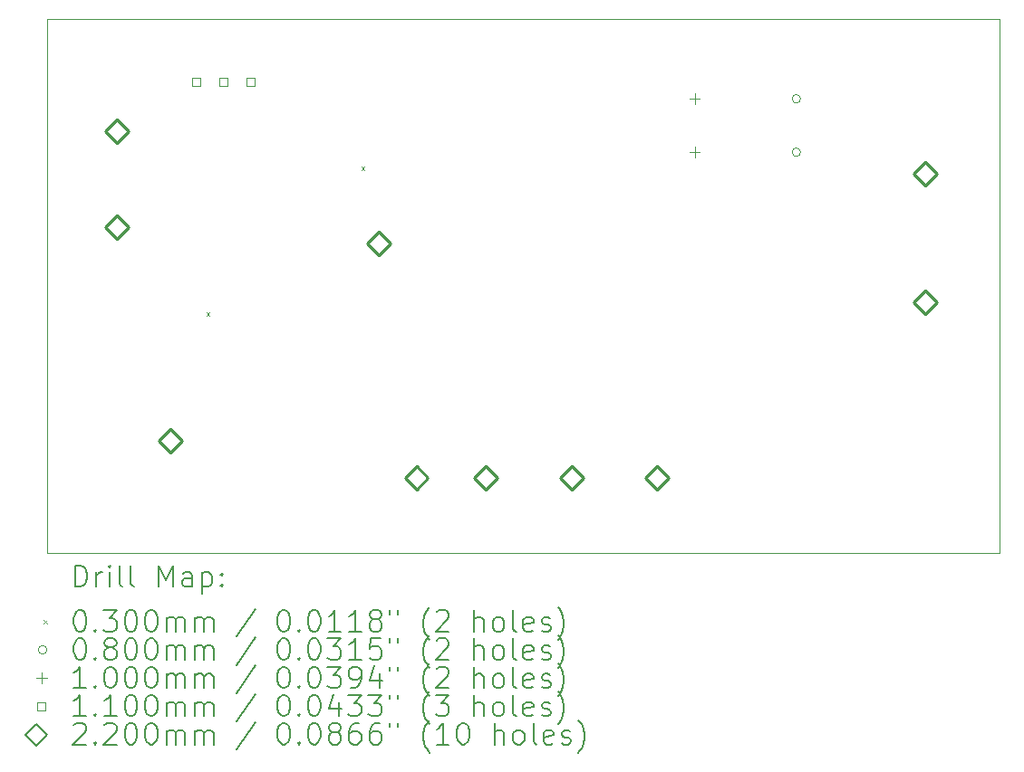
<source format=gbr>
%TF.GenerationSoftware,KiCad,Pcbnew,9.0.2*%
%TF.CreationDate,2025-06-03T22:33:03+02:00*%
%TF.ProjectId,schaltung,73636861-6c74-4756-9e67-2e6b69636164,rev?*%
%TF.SameCoordinates,Original*%
%TF.FileFunction,Drillmap*%
%TF.FilePolarity,Positive*%
%FSLAX45Y45*%
G04 Gerber Fmt 4.5, Leading zero omitted, Abs format (unit mm)*
G04 Created by KiCad (PCBNEW 9.0.2) date 2025-06-03 22:33:03*
%MOMM*%
%LPD*%
G01*
G04 APERTURE LIST*
%ADD10C,0.050000*%
%ADD11C,0.200000*%
%ADD12C,0.100000*%
%ADD13C,0.110000*%
%ADD14C,0.220000*%
G04 APERTURE END LIST*
D10*
X7350000Y-4900000D02*
X16250000Y-4900000D01*
X16250000Y-9900000D01*
X7350000Y-9900000D01*
X7350000Y-4900000D01*
D11*
D12*
X8837500Y-7648500D02*
X8867500Y-7678500D01*
X8867500Y-7648500D02*
X8837500Y-7678500D01*
X10285000Y-6285000D02*
X10315000Y-6315000D01*
X10315000Y-6285000D02*
X10285000Y-6315000D01*
X14390000Y-5650000D02*
G75*
G02*
X14310000Y-5650000I-40000J0D01*
G01*
X14310000Y-5650000D02*
G75*
G02*
X14390000Y-5650000I40000J0D01*
G01*
X14390000Y-6150000D02*
G75*
G02*
X14310000Y-6150000I-40000J0D01*
G01*
X14310000Y-6150000D02*
G75*
G02*
X14390000Y-6150000I40000J0D01*
G01*
X13400000Y-5600000D02*
X13400000Y-5700000D01*
X13350000Y-5650000D02*
X13450000Y-5650000D01*
X13400000Y-6100000D02*
X13400000Y-6200000D01*
X13350000Y-6150000D02*
X13450000Y-6150000D01*
D13*
X8784891Y-5533891D02*
X8784891Y-5456109D01*
X8707109Y-5456109D01*
X8707109Y-5533891D01*
X8784891Y-5533891D01*
X9038891Y-5533891D02*
X9038891Y-5456109D01*
X8961109Y-5456109D01*
X8961109Y-5533891D01*
X9038891Y-5533891D01*
X9292891Y-5533891D02*
X9292891Y-5456109D01*
X9215109Y-5456109D01*
X9215109Y-5533891D01*
X9292891Y-5533891D01*
D14*
X8000000Y-6060000D02*
X8110000Y-5950000D01*
X8000000Y-5840000D01*
X7890000Y-5950000D01*
X8000000Y-6060000D01*
X8000000Y-6960000D02*
X8110000Y-6850000D01*
X8000000Y-6740000D01*
X7890000Y-6850000D01*
X8000000Y-6960000D01*
X8500000Y-8960000D02*
X8610000Y-8850000D01*
X8500000Y-8740000D01*
X8390000Y-8850000D01*
X8500000Y-8960000D01*
X10450000Y-7110000D02*
X10560000Y-7000000D01*
X10450000Y-6890000D01*
X10340000Y-7000000D01*
X10450000Y-7110000D01*
X10800000Y-9310000D02*
X10910000Y-9200000D01*
X10800000Y-9090000D01*
X10690000Y-9200000D01*
X10800000Y-9310000D01*
X11450000Y-9310000D02*
X11560000Y-9200000D01*
X11450000Y-9090000D01*
X11340000Y-9200000D01*
X11450000Y-9310000D01*
X12250000Y-9310000D02*
X12360000Y-9200000D01*
X12250000Y-9090000D01*
X12140000Y-9200000D01*
X12250000Y-9310000D01*
X13050000Y-9310000D02*
X13160000Y-9200000D01*
X13050000Y-9090000D01*
X12940000Y-9200000D01*
X13050000Y-9310000D01*
X15550000Y-6460000D02*
X15660000Y-6350000D01*
X15550000Y-6240000D01*
X15440000Y-6350000D01*
X15550000Y-6460000D01*
X15550000Y-7660000D02*
X15660000Y-7550000D01*
X15550000Y-7440000D01*
X15440000Y-7550000D01*
X15550000Y-7660000D01*
D11*
X7608277Y-10213984D02*
X7608277Y-10013984D01*
X7608277Y-10013984D02*
X7655896Y-10013984D01*
X7655896Y-10013984D02*
X7684467Y-10023508D01*
X7684467Y-10023508D02*
X7703515Y-10042555D01*
X7703515Y-10042555D02*
X7713039Y-10061603D01*
X7713039Y-10061603D02*
X7722562Y-10099698D01*
X7722562Y-10099698D02*
X7722562Y-10128270D01*
X7722562Y-10128270D02*
X7713039Y-10166365D01*
X7713039Y-10166365D02*
X7703515Y-10185412D01*
X7703515Y-10185412D02*
X7684467Y-10204460D01*
X7684467Y-10204460D02*
X7655896Y-10213984D01*
X7655896Y-10213984D02*
X7608277Y-10213984D01*
X7808277Y-10213984D02*
X7808277Y-10080650D01*
X7808277Y-10118746D02*
X7817801Y-10099698D01*
X7817801Y-10099698D02*
X7827324Y-10090174D01*
X7827324Y-10090174D02*
X7846372Y-10080650D01*
X7846372Y-10080650D02*
X7865420Y-10080650D01*
X7932086Y-10213984D02*
X7932086Y-10080650D01*
X7932086Y-10013984D02*
X7922562Y-10023508D01*
X7922562Y-10023508D02*
X7932086Y-10033031D01*
X7932086Y-10033031D02*
X7941610Y-10023508D01*
X7941610Y-10023508D02*
X7932086Y-10013984D01*
X7932086Y-10013984D02*
X7932086Y-10033031D01*
X8055896Y-10213984D02*
X8036848Y-10204460D01*
X8036848Y-10204460D02*
X8027324Y-10185412D01*
X8027324Y-10185412D02*
X8027324Y-10013984D01*
X8160658Y-10213984D02*
X8141610Y-10204460D01*
X8141610Y-10204460D02*
X8132086Y-10185412D01*
X8132086Y-10185412D02*
X8132086Y-10013984D01*
X8389229Y-10213984D02*
X8389229Y-10013984D01*
X8389229Y-10013984D02*
X8455896Y-10156841D01*
X8455896Y-10156841D02*
X8522563Y-10013984D01*
X8522563Y-10013984D02*
X8522563Y-10213984D01*
X8703515Y-10213984D02*
X8703515Y-10109222D01*
X8703515Y-10109222D02*
X8693991Y-10090174D01*
X8693991Y-10090174D02*
X8674944Y-10080650D01*
X8674944Y-10080650D02*
X8636848Y-10080650D01*
X8636848Y-10080650D02*
X8617801Y-10090174D01*
X8703515Y-10204460D02*
X8684467Y-10213984D01*
X8684467Y-10213984D02*
X8636848Y-10213984D01*
X8636848Y-10213984D02*
X8617801Y-10204460D01*
X8617801Y-10204460D02*
X8608277Y-10185412D01*
X8608277Y-10185412D02*
X8608277Y-10166365D01*
X8608277Y-10166365D02*
X8617801Y-10147317D01*
X8617801Y-10147317D02*
X8636848Y-10137793D01*
X8636848Y-10137793D02*
X8684467Y-10137793D01*
X8684467Y-10137793D02*
X8703515Y-10128270D01*
X8798753Y-10080650D02*
X8798753Y-10280650D01*
X8798753Y-10090174D02*
X8817801Y-10080650D01*
X8817801Y-10080650D02*
X8855896Y-10080650D01*
X8855896Y-10080650D02*
X8874944Y-10090174D01*
X8874944Y-10090174D02*
X8884467Y-10099698D01*
X8884467Y-10099698D02*
X8893991Y-10118746D01*
X8893991Y-10118746D02*
X8893991Y-10175889D01*
X8893991Y-10175889D02*
X8884467Y-10194936D01*
X8884467Y-10194936D02*
X8874944Y-10204460D01*
X8874944Y-10204460D02*
X8855896Y-10213984D01*
X8855896Y-10213984D02*
X8817801Y-10213984D01*
X8817801Y-10213984D02*
X8798753Y-10204460D01*
X8979705Y-10194936D02*
X8989229Y-10204460D01*
X8989229Y-10204460D02*
X8979705Y-10213984D01*
X8979705Y-10213984D02*
X8970182Y-10204460D01*
X8970182Y-10204460D02*
X8979705Y-10194936D01*
X8979705Y-10194936D02*
X8979705Y-10213984D01*
X8979705Y-10090174D02*
X8989229Y-10099698D01*
X8989229Y-10099698D02*
X8979705Y-10109222D01*
X8979705Y-10109222D02*
X8970182Y-10099698D01*
X8970182Y-10099698D02*
X8979705Y-10090174D01*
X8979705Y-10090174D02*
X8979705Y-10109222D01*
D12*
X7317500Y-10527500D02*
X7347500Y-10557500D01*
X7347500Y-10527500D02*
X7317500Y-10557500D01*
D11*
X7646372Y-10433984D02*
X7665420Y-10433984D01*
X7665420Y-10433984D02*
X7684467Y-10443508D01*
X7684467Y-10443508D02*
X7693991Y-10453031D01*
X7693991Y-10453031D02*
X7703515Y-10472079D01*
X7703515Y-10472079D02*
X7713039Y-10510174D01*
X7713039Y-10510174D02*
X7713039Y-10557793D01*
X7713039Y-10557793D02*
X7703515Y-10595889D01*
X7703515Y-10595889D02*
X7693991Y-10614936D01*
X7693991Y-10614936D02*
X7684467Y-10624460D01*
X7684467Y-10624460D02*
X7665420Y-10633984D01*
X7665420Y-10633984D02*
X7646372Y-10633984D01*
X7646372Y-10633984D02*
X7627324Y-10624460D01*
X7627324Y-10624460D02*
X7617801Y-10614936D01*
X7617801Y-10614936D02*
X7608277Y-10595889D01*
X7608277Y-10595889D02*
X7598753Y-10557793D01*
X7598753Y-10557793D02*
X7598753Y-10510174D01*
X7598753Y-10510174D02*
X7608277Y-10472079D01*
X7608277Y-10472079D02*
X7617801Y-10453031D01*
X7617801Y-10453031D02*
X7627324Y-10443508D01*
X7627324Y-10443508D02*
X7646372Y-10433984D01*
X7798753Y-10614936D02*
X7808277Y-10624460D01*
X7808277Y-10624460D02*
X7798753Y-10633984D01*
X7798753Y-10633984D02*
X7789229Y-10624460D01*
X7789229Y-10624460D02*
X7798753Y-10614936D01*
X7798753Y-10614936D02*
X7798753Y-10633984D01*
X7874943Y-10433984D02*
X7998753Y-10433984D01*
X7998753Y-10433984D02*
X7932086Y-10510174D01*
X7932086Y-10510174D02*
X7960658Y-10510174D01*
X7960658Y-10510174D02*
X7979705Y-10519698D01*
X7979705Y-10519698D02*
X7989229Y-10529222D01*
X7989229Y-10529222D02*
X7998753Y-10548270D01*
X7998753Y-10548270D02*
X7998753Y-10595889D01*
X7998753Y-10595889D02*
X7989229Y-10614936D01*
X7989229Y-10614936D02*
X7979705Y-10624460D01*
X7979705Y-10624460D02*
X7960658Y-10633984D01*
X7960658Y-10633984D02*
X7903515Y-10633984D01*
X7903515Y-10633984D02*
X7884467Y-10624460D01*
X7884467Y-10624460D02*
X7874943Y-10614936D01*
X8122562Y-10433984D02*
X8141610Y-10433984D01*
X8141610Y-10433984D02*
X8160658Y-10443508D01*
X8160658Y-10443508D02*
X8170182Y-10453031D01*
X8170182Y-10453031D02*
X8179705Y-10472079D01*
X8179705Y-10472079D02*
X8189229Y-10510174D01*
X8189229Y-10510174D02*
X8189229Y-10557793D01*
X8189229Y-10557793D02*
X8179705Y-10595889D01*
X8179705Y-10595889D02*
X8170182Y-10614936D01*
X8170182Y-10614936D02*
X8160658Y-10624460D01*
X8160658Y-10624460D02*
X8141610Y-10633984D01*
X8141610Y-10633984D02*
X8122562Y-10633984D01*
X8122562Y-10633984D02*
X8103515Y-10624460D01*
X8103515Y-10624460D02*
X8093991Y-10614936D01*
X8093991Y-10614936D02*
X8084467Y-10595889D01*
X8084467Y-10595889D02*
X8074943Y-10557793D01*
X8074943Y-10557793D02*
X8074943Y-10510174D01*
X8074943Y-10510174D02*
X8084467Y-10472079D01*
X8084467Y-10472079D02*
X8093991Y-10453031D01*
X8093991Y-10453031D02*
X8103515Y-10443508D01*
X8103515Y-10443508D02*
X8122562Y-10433984D01*
X8313039Y-10433984D02*
X8332086Y-10433984D01*
X8332086Y-10433984D02*
X8351134Y-10443508D01*
X8351134Y-10443508D02*
X8360658Y-10453031D01*
X8360658Y-10453031D02*
X8370182Y-10472079D01*
X8370182Y-10472079D02*
X8379705Y-10510174D01*
X8379705Y-10510174D02*
X8379705Y-10557793D01*
X8379705Y-10557793D02*
X8370182Y-10595889D01*
X8370182Y-10595889D02*
X8360658Y-10614936D01*
X8360658Y-10614936D02*
X8351134Y-10624460D01*
X8351134Y-10624460D02*
X8332086Y-10633984D01*
X8332086Y-10633984D02*
X8313039Y-10633984D01*
X8313039Y-10633984D02*
X8293991Y-10624460D01*
X8293991Y-10624460D02*
X8284467Y-10614936D01*
X8284467Y-10614936D02*
X8274943Y-10595889D01*
X8274943Y-10595889D02*
X8265420Y-10557793D01*
X8265420Y-10557793D02*
X8265420Y-10510174D01*
X8265420Y-10510174D02*
X8274943Y-10472079D01*
X8274943Y-10472079D02*
X8284467Y-10453031D01*
X8284467Y-10453031D02*
X8293991Y-10443508D01*
X8293991Y-10443508D02*
X8313039Y-10433984D01*
X8465420Y-10633984D02*
X8465420Y-10500650D01*
X8465420Y-10519698D02*
X8474944Y-10510174D01*
X8474944Y-10510174D02*
X8493991Y-10500650D01*
X8493991Y-10500650D02*
X8522563Y-10500650D01*
X8522563Y-10500650D02*
X8541610Y-10510174D01*
X8541610Y-10510174D02*
X8551134Y-10529222D01*
X8551134Y-10529222D02*
X8551134Y-10633984D01*
X8551134Y-10529222D02*
X8560658Y-10510174D01*
X8560658Y-10510174D02*
X8579705Y-10500650D01*
X8579705Y-10500650D02*
X8608277Y-10500650D01*
X8608277Y-10500650D02*
X8627325Y-10510174D01*
X8627325Y-10510174D02*
X8636848Y-10529222D01*
X8636848Y-10529222D02*
X8636848Y-10633984D01*
X8732086Y-10633984D02*
X8732086Y-10500650D01*
X8732086Y-10519698D02*
X8741610Y-10510174D01*
X8741610Y-10510174D02*
X8760658Y-10500650D01*
X8760658Y-10500650D02*
X8789229Y-10500650D01*
X8789229Y-10500650D02*
X8808277Y-10510174D01*
X8808277Y-10510174D02*
X8817801Y-10529222D01*
X8817801Y-10529222D02*
X8817801Y-10633984D01*
X8817801Y-10529222D02*
X8827325Y-10510174D01*
X8827325Y-10510174D02*
X8846372Y-10500650D01*
X8846372Y-10500650D02*
X8874944Y-10500650D01*
X8874944Y-10500650D02*
X8893991Y-10510174D01*
X8893991Y-10510174D02*
X8903515Y-10529222D01*
X8903515Y-10529222D02*
X8903515Y-10633984D01*
X9293991Y-10424460D02*
X9122563Y-10681603D01*
X9551134Y-10433984D02*
X9570182Y-10433984D01*
X9570182Y-10433984D02*
X9589229Y-10443508D01*
X9589229Y-10443508D02*
X9598753Y-10453031D01*
X9598753Y-10453031D02*
X9608277Y-10472079D01*
X9608277Y-10472079D02*
X9617801Y-10510174D01*
X9617801Y-10510174D02*
X9617801Y-10557793D01*
X9617801Y-10557793D02*
X9608277Y-10595889D01*
X9608277Y-10595889D02*
X9598753Y-10614936D01*
X9598753Y-10614936D02*
X9589229Y-10624460D01*
X9589229Y-10624460D02*
X9570182Y-10633984D01*
X9570182Y-10633984D02*
X9551134Y-10633984D01*
X9551134Y-10633984D02*
X9532087Y-10624460D01*
X9532087Y-10624460D02*
X9522563Y-10614936D01*
X9522563Y-10614936D02*
X9513039Y-10595889D01*
X9513039Y-10595889D02*
X9503515Y-10557793D01*
X9503515Y-10557793D02*
X9503515Y-10510174D01*
X9503515Y-10510174D02*
X9513039Y-10472079D01*
X9513039Y-10472079D02*
X9522563Y-10453031D01*
X9522563Y-10453031D02*
X9532087Y-10443508D01*
X9532087Y-10443508D02*
X9551134Y-10433984D01*
X9703515Y-10614936D02*
X9713039Y-10624460D01*
X9713039Y-10624460D02*
X9703515Y-10633984D01*
X9703515Y-10633984D02*
X9693991Y-10624460D01*
X9693991Y-10624460D02*
X9703515Y-10614936D01*
X9703515Y-10614936D02*
X9703515Y-10633984D01*
X9836848Y-10433984D02*
X9855896Y-10433984D01*
X9855896Y-10433984D02*
X9874944Y-10443508D01*
X9874944Y-10443508D02*
X9884468Y-10453031D01*
X9884468Y-10453031D02*
X9893991Y-10472079D01*
X9893991Y-10472079D02*
X9903515Y-10510174D01*
X9903515Y-10510174D02*
X9903515Y-10557793D01*
X9903515Y-10557793D02*
X9893991Y-10595889D01*
X9893991Y-10595889D02*
X9884468Y-10614936D01*
X9884468Y-10614936D02*
X9874944Y-10624460D01*
X9874944Y-10624460D02*
X9855896Y-10633984D01*
X9855896Y-10633984D02*
X9836848Y-10633984D01*
X9836848Y-10633984D02*
X9817801Y-10624460D01*
X9817801Y-10624460D02*
X9808277Y-10614936D01*
X9808277Y-10614936D02*
X9798753Y-10595889D01*
X9798753Y-10595889D02*
X9789229Y-10557793D01*
X9789229Y-10557793D02*
X9789229Y-10510174D01*
X9789229Y-10510174D02*
X9798753Y-10472079D01*
X9798753Y-10472079D02*
X9808277Y-10453031D01*
X9808277Y-10453031D02*
X9817801Y-10443508D01*
X9817801Y-10443508D02*
X9836848Y-10433984D01*
X10093991Y-10633984D02*
X9979706Y-10633984D01*
X10036848Y-10633984D02*
X10036848Y-10433984D01*
X10036848Y-10433984D02*
X10017801Y-10462555D01*
X10017801Y-10462555D02*
X9998753Y-10481603D01*
X9998753Y-10481603D02*
X9979706Y-10491127D01*
X10284468Y-10633984D02*
X10170182Y-10633984D01*
X10227325Y-10633984D02*
X10227325Y-10433984D01*
X10227325Y-10433984D02*
X10208277Y-10462555D01*
X10208277Y-10462555D02*
X10189229Y-10481603D01*
X10189229Y-10481603D02*
X10170182Y-10491127D01*
X10398753Y-10519698D02*
X10379706Y-10510174D01*
X10379706Y-10510174D02*
X10370182Y-10500650D01*
X10370182Y-10500650D02*
X10360658Y-10481603D01*
X10360658Y-10481603D02*
X10360658Y-10472079D01*
X10360658Y-10472079D02*
X10370182Y-10453031D01*
X10370182Y-10453031D02*
X10379706Y-10443508D01*
X10379706Y-10443508D02*
X10398753Y-10433984D01*
X10398753Y-10433984D02*
X10436849Y-10433984D01*
X10436849Y-10433984D02*
X10455896Y-10443508D01*
X10455896Y-10443508D02*
X10465420Y-10453031D01*
X10465420Y-10453031D02*
X10474944Y-10472079D01*
X10474944Y-10472079D02*
X10474944Y-10481603D01*
X10474944Y-10481603D02*
X10465420Y-10500650D01*
X10465420Y-10500650D02*
X10455896Y-10510174D01*
X10455896Y-10510174D02*
X10436849Y-10519698D01*
X10436849Y-10519698D02*
X10398753Y-10519698D01*
X10398753Y-10519698D02*
X10379706Y-10529222D01*
X10379706Y-10529222D02*
X10370182Y-10538746D01*
X10370182Y-10538746D02*
X10360658Y-10557793D01*
X10360658Y-10557793D02*
X10360658Y-10595889D01*
X10360658Y-10595889D02*
X10370182Y-10614936D01*
X10370182Y-10614936D02*
X10379706Y-10624460D01*
X10379706Y-10624460D02*
X10398753Y-10633984D01*
X10398753Y-10633984D02*
X10436849Y-10633984D01*
X10436849Y-10633984D02*
X10455896Y-10624460D01*
X10455896Y-10624460D02*
X10465420Y-10614936D01*
X10465420Y-10614936D02*
X10474944Y-10595889D01*
X10474944Y-10595889D02*
X10474944Y-10557793D01*
X10474944Y-10557793D02*
X10465420Y-10538746D01*
X10465420Y-10538746D02*
X10455896Y-10529222D01*
X10455896Y-10529222D02*
X10436849Y-10519698D01*
X10551134Y-10433984D02*
X10551134Y-10472079D01*
X10627325Y-10433984D02*
X10627325Y-10472079D01*
X10922563Y-10710174D02*
X10913039Y-10700650D01*
X10913039Y-10700650D02*
X10893991Y-10672079D01*
X10893991Y-10672079D02*
X10884468Y-10653031D01*
X10884468Y-10653031D02*
X10874944Y-10624460D01*
X10874944Y-10624460D02*
X10865420Y-10576841D01*
X10865420Y-10576841D02*
X10865420Y-10538746D01*
X10865420Y-10538746D02*
X10874944Y-10491127D01*
X10874944Y-10491127D02*
X10884468Y-10462555D01*
X10884468Y-10462555D02*
X10893991Y-10443508D01*
X10893991Y-10443508D02*
X10913039Y-10414936D01*
X10913039Y-10414936D02*
X10922563Y-10405412D01*
X10989230Y-10453031D02*
X10998753Y-10443508D01*
X10998753Y-10443508D02*
X11017801Y-10433984D01*
X11017801Y-10433984D02*
X11065420Y-10433984D01*
X11065420Y-10433984D02*
X11084468Y-10443508D01*
X11084468Y-10443508D02*
X11093991Y-10453031D01*
X11093991Y-10453031D02*
X11103515Y-10472079D01*
X11103515Y-10472079D02*
X11103515Y-10491127D01*
X11103515Y-10491127D02*
X11093991Y-10519698D01*
X11093991Y-10519698D02*
X10979706Y-10633984D01*
X10979706Y-10633984D02*
X11103515Y-10633984D01*
X11341610Y-10633984D02*
X11341610Y-10433984D01*
X11427325Y-10633984D02*
X11427325Y-10529222D01*
X11427325Y-10529222D02*
X11417801Y-10510174D01*
X11417801Y-10510174D02*
X11398753Y-10500650D01*
X11398753Y-10500650D02*
X11370182Y-10500650D01*
X11370182Y-10500650D02*
X11351134Y-10510174D01*
X11351134Y-10510174D02*
X11341610Y-10519698D01*
X11551134Y-10633984D02*
X11532087Y-10624460D01*
X11532087Y-10624460D02*
X11522563Y-10614936D01*
X11522563Y-10614936D02*
X11513039Y-10595889D01*
X11513039Y-10595889D02*
X11513039Y-10538746D01*
X11513039Y-10538746D02*
X11522563Y-10519698D01*
X11522563Y-10519698D02*
X11532087Y-10510174D01*
X11532087Y-10510174D02*
X11551134Y-10500650D01*
X11551134Y-10500650D02*
X11579706Y-10500650D01*
X11579706Y-10500650D02*
X11598753Y-10510174D01*
X11598753Y-10510174D02*
X11608277Y-10519698D01*
X11608277Y-10519698D02*
X11617801Y-10538746D01*
X11617801Y-10538746D02*
X11617801Y-10595889D01*
X11617801Y-10595889D02*
X11608277Y-10614936D01*
X11608277Y-10614936D02*
X11598753Y-10624460D01*
X11598753Y-10624460D02*
X11579706Y-10633984D01*
X11579706Y-10633984D02*
X11551134Y-10633984D01*
X11732087Y-10633984D02*
X11713039Y-10624460D01*
X11713039Y-10624460D02*
X11703515Y-10605412D01*
X11703515Y-10605412D02*
X11703515Y-10433984D01*
X11884468Y-10624460D02*
X11865420Y-10633984D01*
X11865420Y-10633984D02*
X11827325Y-10633984D01*
X11827325Y-10633984D02*
X11808277Y-10624460D01*
X11808277Y-10624460D02*
X11798753Y-10605412D01*
X11798753Y-10605412D02*
X11798753Y-10529222D01*
X11798753Y-10529222D02*
X11808277Y-10510174D01*
X11808277Y-10510174D02*
X11827325Y-10500650D01*
X11827325Y-10500650D02*
X11865420Y-10500650D01*
X11865420Y-10500650D02*
X11884468Y-10510174D01*
X11884468Y-10510174D02*
X11893991Y-10529222D01*
X11893991Y-10529222D02*
X11893991Y-10548270D01*
X11893991Y-10548270D02*
X11798753Y-10567317D01*
X11970182Y-10624460D02*
X11989230Y-10633984D01*
X11989230Y-10633984D02*
X12027325Y-10633984D01*
X12027325Y-10633984D02*
X12046372Y-10624460D01*
X12046372Y-10624460D02*
X12055896Y-10605412D01*
X12055896Y-10605412D02*
X12055896Y-10595889D01*
X12055896Y-10595889D02*
X12046372Y-10576841D01*
X12046372Y-10576841D02*
X12027325Y-10567317D01*
X12027325Y-10567317D02*
X11998753Y-10567317D01*
X11998753Y-10567317D02*
X11979706Y-10557793D01*
X11979706Y-10557793D02*
X11970182Y-10538746D01*
X11970182Y-10538746D02*
X11970182Y-10529222D01*
X11970182Y-10529222D02*
X11979706Y-10510174D01*
X11979706Y-10510174D02*
X11998753Y-10500650D01*
X11998753Y-10500650D02*
X12027325Y-10500650D01*
X12027325Y-10500650D02*
X12046372Y-10510174D01*
X12122563Y-10710174D02*
X12132087Y-10700650D01*
X12132087Y-10700650D02*
X12151134Y-10672079D01*
X12151134Y-10672079D02*
X12160658Y-10653031D01*
X12160658Y-10653031D02*
X12170182Y-10624460D01*
X12170182Y-10624460D02*
X12179706Y-10576841D01*
X12179706Y-10576841D02*
X12179706Y-10538746D01*
X12179706Y-10538746D02*
X12170182Y-10491127D01*
X12170182Y-10491127D02*
X12160658Y-10462555D01*
X12160658Y-10462555D02*
X12151134Y-10443508D01*
X12151134Y-10443508D02*
X12132087Y-10414936D01*
X12132087Y-10414936D02*
X12122563Y-10405412D01*
D12*
X7347500Y-10806500D02*
G75*
G02*
X7267500Y-10806500I-40000J0D01*
G01*
X7267500Y-10806500D02*
G75*
G02*
X7347500Y-10806500I40000J0D01*
G01*
D11*
X7646372Y-10697984D02*
X7665420Y-10697984D01*
X7665420Y-10697984D02*
X7684467Y-10707508D01*
X7684467Y-10707508D02*
X7693991Y-10717031D01*
X7693991Y-10717031D02*
X7703515Y-10736079D01*
X7703515Y-10736079D02*
X7713039Y-10774174D01*
X7713039Y-10774174D02*
X7713039Y-10821793D01*
X7713039Y-10821793D02*
X7703515Y-10859889D01*
X7703515Y-10859889D02*
X7693991Y-10878936D01*
X7693991Y-10878936D02*
X7684467Y-10888460D01*
X7684467Y-10888460D02*
X7665420Y-10897984D01*
X7665420Y-10897984D02*
X7646372Y-10897984D01*
X7646372Y-10897984D02*
X7627324Y-10888460D01*
X7627324Y-10888460D02*
X7617801Y-10878936D01*
X7617801Y-10878936D02*
X7608277Y-10859889D01*
X7608277Y-10859889D02*
X7598753Y-10821793D01*
X7598753Y-10821793D02*
X7598753Y-10774174D01*
X7598753Y-10774174D02*
X7608277Y-10736079D01*
X7608277Y-10736079D02*
X7617801Y-10717031D01*
X7617801Y-10717031D02*
X7627324Y-10707508D01*
X7627324Y-10707508D02*
X7646372Y-10697984D01*
X7798753Y-10878936D02*
X7808277Y-10888460D01*
X7808277Y-10888460D02*
X7798753Y-10897984D01*
X7798753Y-10897984D02*
X7789229Y-10888460D01*
X7789229Y-10888460D02*
X7798753Y-10878936D01*
X7798753Y-10878936D02*
X7798753Y-10897984D01*
X7922562Y-10783698D02*
X7903515Y-10774174D01*
X7903515Y-10774174D02*
X7893991Y-10764650D01*
X7893991Y-10764650D02*
X7884467Y-10745603D01*
X7884467Y-10745603D02*
X7884467Y-10736079D01*
X7884467Y-10736079D02*
X7893991Y-10717031D01*
X7893991Y-10717031D02*
X7903515Y-10707508D01*
X7903515Y-10707508D02*
X7922562Y-10697984D01*
X7922562Y-10697984D02*
X7960658Y-10697984D01*
X7960658Y-10697984D02*
X7979705Y-10707508D01*
X7979705Y-10707508D02*
X7989229Y-10717031D01*
X7989229Y-10717031D02*
X7998753Y-10736079D01*
X7998753Y-10736079D02*
X7998753Y-10745603D01*
X7998753Y-10745603D02*
X7989229Y-10764650D01*
X7989229Y-10764650D02*
X7979705Y-10774174D01*
X7979705Y-10774174D02*
X7960658Y-10783698D01*
X7960658Y-10783698D02*
X7922562Y-10783698D01*
X7922562Y-10783698D02*
X7903515Y-10793222D01*
X7903515Y-10793222D02*
X7893991Y-10802746D01*
X7893991Y-10802746D02*
X7884467Y-10821793D01*
X7884467Y-10821793D02*
X7884467Y-10859889D01*
X7884467Y-10859889D02*
X7893991Y-10878936D01*
X7893991Y-10878936D02*
X7903515Y-10888460D01*
X7903515Y-10888460D02*
X7922562Y-10897984D01*
X7922562Y-10897984D02*
X7960658Y-10897984D01*
X7960658Y-10897984D02*
X7979705Y-10888460D01*
X7979705Y-10888460D02*
X7989229Y-10878936D01*
X7989229Y-10878936D02*
X7998753Y-10859889D01*
X7998753Y-10859889D02*
X7998753Y-10821793D01*
X7998753Y-10821793D02*
X7989229Y-10802746D01*
X7989229Y-10802746D02*
X7979705Y-10793222D01*
X7979705Y-10793222D02*
X7960658Y-10783698D01*
X8122562Y-10697984D02*
X8141610Y-10697984D01*
X8141610Y-10697984D02*
X8160658Y-10707508D01*
X8160658Y-10707508D02*
X8170182Y-10717031D01*
X8170182Y-10717031D02*
X8179705Y-10736079D01*
X8179705Y-10736079D02*
X8189229Y-10774174D01*
X8189229Y-10774174D02*
X8189229Y-10821793D01*
X8189229Y-10821793D02*
X8179705Y-10859889D01*
X8179705Y-10859889D02*
X8170182Y-10878936D01*
X8170182Y-10878936D02*
X8160658Y-10888460D01*
X8160658Y-10888460D02*
X8141610Y-10897984D01*
X8141610Y-10897984D02*
X8122562Y-10897984D01*
X8122562Y-10897984D02*
X8103515Y-10888460D01*
X8103515Y-10888460D02*
X8093991Y-10878936D01*
X8093991Y-10878936D02*
X8084467Y-10859889D01*
X8084467Y-10859889D02*
X8074943Y-10821793D01*
X8074943Y-10821793D02*
X8074943Y-10774174D01*
X8074943Y-10774174D02*
X8084467Y-10736079D01*
X8084467Y-10736079D02*
X8093991Y-10717031D01*
X8093991Y-10717031D02*
X8103515Y-10707508D01*
X8103515Y-10707508D02*
X8122562Y-10697984D01*
X8313039Y-10697984D02*
X8332086Y-10697984D01*
X8332086Y-10697984D02*
X8351134Y-10707508D01*
X8351134Y-10707508D02*
X8360658Y-10717031D01*
X8360658Y-10717031D02*
X8370182Y-10736079D01*
X8370182Y-10736079D02*
X8379705Y-10774174D01*
X8379705Y-10774174D02*
X8379705Y-10821793D01*
X8379705Y-10821793D02*
X8370182Y-10859889D01*
X8370182Y-10859889D02*
X8360658Y-10878936D01*
X8360658Y-10878936D02*
X8351134Y-10888460D01*
X8351134Y-10888460D02*
X8332086Y-10897984D01*
X8332086Y-10897984D02*
X8313039Y-10897984D01*
X8313039Y-10897984D02*
X8293991Y-10888460D01*
X8293991Y-10888460D02*
X8284467Y-10878936D01*
X8284467Y-10878936D02*
X8274943Y-10859889D01*
X8274943Y-10859889D02*
X8265420Y-10821793D01*
X8265420Y-10821793D02*
X8265420Y-10774174D01*
X8265420Y-10774174D02*
X8274943Y-10736079D01*
X8274943Y-10736079D02*
X8284467Y-10717031D01*
X8284467Y-10717031D02*
X8293991Y-10707508D01*
X8293991Y-10707508D02*
X8313039Y-10697984D01*
X8465420Y-10897984D02*
X8465420Y-10764650D01*
X8465420Y-10783698D02*
X8474944Y-10774174D01*
X8474944Y-10774174D02*
X8493991Y-10764650D01*
X8493991Y-10764650D02*
X8522563Y-10764650D01*
X8522563Y-10764650D02*
X8541610Y-10774174D01*
X8541610Y-10774174D02*
X8551134Y-10793222D01*
X8551134Y-10793222D02*
X8551134Y-10897984D01*
X8551134Y-10793222D02*
X8560658Y-10774174D01*
X8560658Y-10774174D02*
X8579705Y-10764650D01*
X8579705Y-10764650D02*
X8608277Y-10764650D01*
X8608277Y-10764650D02*
X8627325Y-10774174D01*
X8627325Y-10774174D02*
X8636848Y-10793222D01*
X8636848Y-10793222D02*
X8636848Y-10897984D01*
X8732086Y-10897984D02*
X8732086Y-10764650D01*
X8732086Y-10783698D02*
X8741610Y-10774174D01*
X8741610Y-10774174D02*
X8760658Y-10764650D01*
X8760658Y-10764650D02*
X8789229Y-10764650D01*
X8789229Y-10764650D02*
X8808277Y-10774174D01*
X8808277Y-10774174D02*
X8817801Y-10793222D01*
X8817801Y-10793222D02*
X8817801Y-10897984D01*
X8817801Y-10793222D02*
X8827325Y-10774174D01*
X8827325Y-10774174D02*
X8846372Y-10764650D01*
X8846372Y-10764650D02*
X8874944Y-10764650D01*
X8874944Y-10764650D02*
X8893991Y-10774174D01*
X8893991Y-10774174D02*
X8903515Y-10793222D01*
X8903515Y-10793222D02*
X8903515Y-10897984D01*
X9293991Y-10688460D02*
X9122563Y-10945603D01*
X9551134Y-10697984D02*
X9570182Y-10697984D01*
X9570182Y-10697984D02*
X9589229Y-10707508D01*
X9589229Y-10707508D02*
X9598753Y-10717031D01*
X9598753Y-10717031D02*
X9608277Y-10736079D01*
X9608277Y-10736079D02*
X9617801Y-10774174D01*
X9617801Y-10774174D02*
X9617801Y-10821793D01*
X9617801Y-10821793D02*
X9608277Y-10859889D01*
X9608277Y-10859889D02*
X9598753Y-10878936D01*
X9598753Y-10878936D02*
X9589229Y-10888460D01*
X9589229Y-10888460D02*
X9570182Y-10897984D01*
X9570182Y-10897984D02*
X9551134Y-10897984D01*
X9551134Y-10897984D02*
X9532087Y-10888460D01*
X9532087Y-10888460D02*
X9522563Y-10878936D01*
X9522563Y-10878936D02*
X9513039Y-10859889D01*
X9513039Y-10859889D02*
X9503515Y-10821793D01*
X9503515Y-10821793D02*
X9503515Y-10774174D01*
X9503515Y-10774174D02*
X9513039Y-10736079D01*
X9513039Y-10736079D02*
X9522563Y-10717031D01*
X9522563Y-10717031D02*
X9532087Y-10707508D01*
X9532087Y-10707508D02*
X9551134Y-10697984D01*
X9703515Y-10878936D02*
X9713039Y-10888460D01*
X9713039Y-10888460D02*
X9703515Y-10897984D01*
X9703515Y-10897984D02*
X9693991Y-10888460D01*
X9693991Y-10888460D02*
X9703515Y-10878936D01*
X9703515Y-10878936D02*
X9703515Y-10897984D01*
X9836848Y-10697984D02*
X9855896Y-10697984D01*
X9855896Y-10697984D02*
X9874944Y-10707508D01*
X9874944Y-10707508D02*
X9884468Y-10717031D01*
X9884468Y-10717031D02*
X9893991Y-10736079D01*
X9893991Y-10736079D02*
X9903515Y-10774174D01*
X9903515Y-10774174D02*
X9903515Y-10821793D01*
X9903515Y-10821793D02*
X9893991Y-10859889D01*
X9893991Y-10859889D02*
X9884468Y-10878936D01*
X9884468Y-10878936D02*
X9874944Y-10888460D01*
X9874944Y-10888460D02*
X9855896Y-10897984D01*
X9855896Y-10897984D02*
X9836848Y-10897984D01*
X9836848Y-10897984D02*
X9817801Y-10888460D01*
X9817801Y-10888460D02*
X9808277Y-10878936D01*
X9808277Y-10878936D02*
X9798753Y-10859889D01*
X9798753Y-10859889D02*
X9789229Y-10821793D01*
X9789229Y-10821793D02*
X9789229Y-10774174D01*
X9789229Y-10774174D02*
X9798753Y-10736079D01*
X9798753Y-10736079D02*
X9808277Y-10717031D01*
X9808277Y-10717031D02*
X9817801Y-10707508D01*
X9817801Y-10707508D02*
X9836848Y-10697984D01*
X9970182Y-10697984D02*
X10093991Y-10697984D01*
X10093991Y-10697984D02*
X10027325Y-10774174D01*
X10027325Y-10774174D02*
X10055896Y-10774174D01*
X10055896Y-10774174D02*
X10074944Y-10783698D01*
X10074944Y-10783698D02*
X10084468Y-10793222D01*
X10084468Y-10793222D02*
X10093991Y-10812270D01*
X10093991Y-10812270D02*
X10093991Y-10859889D01*
X10093991Y-10859889D02*
X10084468Y-10878936D01*
X10084468Y-10878936D02*
X10074944Y-10888460D01*
X10074944Y-10888460D02*
X10055896Y-10897984D01*
X10055896Y-10897984D02*
X9998753Y-10897984D01*
X9998753Y-10897984D02*
X9979706Y-10888460D01*
X9979706Y-10888460D02*
X9970182Y-10878936D01*
X10284468Y-10897984D02*
X10170182Y-10897984D01*
X10227325Y-10897984D02*
X10227325Y-10697984D01*
X10227325Y-10697984D02*
X10208277Y-10726555D01*
X10208277Y-10726555D02*
X10189229Y-10745603D01*
X10189229Y-10745603D02*
X10170182Y-10755127D01*
X10465420Y-10697984D02*
X10370182Y-10697984D01*
X10370182Y-10697984D02*
X10360658Y-10793222D01*
X10360658Y-10793222D02*
X10370182Y-10783698D01*
X10370182Y-10783698D02*
X10389229Y-10774174D01*
X10389229Y-10774174D02*
X10436849Y-10774174D01*
X10436849Y-10774174D02*
X10455896Y-10783698D01*
X10455896Y-10783698D02*
X10465420Y-10793222D01*
X10465420Y-10793222D02*
X10474944Y-10812270D01*
X10474944Y-10812270D02*
X10474944Y-10859889D01*
X10474944Y-10859889D02*
X10465420Y-10878936D01*
X10465420Y-10878936D02*
X10455896Y-10888460D01*
X10455896Y-10888460D02*
X10436849Y-10897984D01*
X10436849Y-10897984D02*
X10389229Y-10897984D01*
X10389229Y-10897984D02*
X10370182Y-10888460D01*
X10370182Y-10888460D02*
X10360658Y-10878936D01*
X10551134Y-10697984D02*
X10551134Y-10736079D01*
X10627325Y-10697984D02*
X10627325Y-10736079D01*
X10922563Y-10974174D02*
X10913039Y-10964650D01*
X10913039Y-10964650D02*
X10893991Y-10936079D01*
X10893991Y-10936079D02*
X10884468Y-10917031D01*
X10884468Y-10917031D02*
X10874944Y-10888460D01*
X10874944Y-10888460D02*
X10865420Y-10840841D01*
X10865420Y-10840841D02*
X10865420Y-10802746D01*
X10865420Y-10802746D02*
X10874944Y-10755127D01*
X10874944Y-10755127D02*
X10884468Y-10726555D01*
X10884468Y-10726555D02*
X10893991Y-10707508D01*
X10893991Y-10707508D02*
X10913039Y-10678936D01*
X10913039Y-10678936D02*
X10922563Y-10669412D01*
X10989230Y-10717031D02*
X10998753Y-10707508D01*
X10998753Y-10707508D02*
X11017801Y-10697984D01*
X11017801Y-10697984D02*
X11065420Y-10697984D01*
X11065420Y-10697984D02*
X11084468Y-10707508D01*
X11084468Y-10707508D02*
X11093991Y-10717031D01*
X11093991Y-10717031D02*
X11103515Y-10736079D01*
X11103515Y-10736079D02*
X11103515Y-10755127D01*
X11103515Y-10755127D02*
X11093991Y-10783698D01*
X11093991Y-10783698D02*
X10979706Y-10897984D01*
X10979706Y-10897984D02*
X11103515Y-10897984D01*
X11341610Y-10897984D02*
X11341610Y-10697984D01*
X11427325Y-10897984D02*
X11427325Y-10793222D01*
X11427325Y-10793222D02*
X11417801Y-10774174D01*
X11417801Y-10774174D02*
X11398753Y-10764650D01*
X11398753Y-10764650D02*
X11370182Y-10764650D01*
X11370182Y-10764650D02*
X11351134Y-10774174D01*
X11351134Y-10774174D02*
X11341610Y-10783698D01*
X11551134Y-10897984D02*
X11532087Y-10888460D01*
X11532087Y-10888460D02*
X11522563Y-10878936D01*
X11522563Y-10878936D02*
X11513039Y-10859889D01*
X11513039Y-10859889D02*
X11513039Y-10802746D01*
X11513039Y-10802746D02*
X11522563Y-10783698D01*
X11522563Y-10783698D02*
X11532087Y-10774174D01*
X11532087Y-10774174D02*
X11551134Y-10764650D01*
X11551134Y-10764650D02*
X11579706Y-10764650D01*
X11579706Y-10764650D02*
X11598753Y-10774174D01*
X11598753Y-10774174D02*
X11608277Y-10783698D01*
X11608277Y-10783698D02*
X11617801Y-10802746D01*
X11617801Y-10802746D02*
X11617801Y-10859889D01*
X11617801Y-10859889D02*
X11608277Y-10878936D01*
X11608277Y-10878936D02*
X11598753Y-10888460D01*
X11598753Y-10888460D02*
X11579706Y-10897984D01*
X11579706Y-10897984D02*
X11551134Y-10897984D01*
X11732087Y-10897984D02*
X11713039Y-10888460D01*
X11713039Y-10888460D02*
X11703515Y-10869412D01*
X11703515Y-10869412D02*
X11703515Y-10697984D01*
X11884468Y-10888460D02*
X11865420Y-10897984D01*
X11865420Y-10897984D02*
X11827325Y-10897984D01*
X11827325Y-10897984D02*
X11808277Y-10888460D01*
X11808277Y-10888460D02*
X11798753Y-10869412D01*
X11798753Y-10869412D02*
X11798753Y-10793222D01*
X11798753Y-10793222D02*
X11808277Y-10774174D01*
X11808277Y-10774174D02*
X11827325Y-10764650D01*
X11827325Y-10764650D02*
X11865420Y-10764650D01*
X11865420Y-10764650D02*
X11884468Y-10774174D01*
X11884468Y-10774174D02*
X11893991Y-10793222D01*
X11893991Y-10793222D02*
X11893991Y-10812270D01*
X11893991Y-10812270D02*
X11798753Y-10831317D01*
X11970182Y-10888460D02*
X11989230Y-10897984D01*
X11989230Y-10897984D02*
X12027325Y-10897984D01*
X12027325Y-10897984D02*
X12046372Y-10888460D01*
X12046372Y-10888460D02*
X12055896Y-10869412D01*
X12055896Y-10869412D02*
X12055896Y-10859889D01*
X12055896Y-10859889D02*
X12046372Y-10840841D01*
X12046372Y-10840841D02*
X12027325Y-10831317D01*
X12027325Y-10831317D02*
X11998753Y-10831317D01*
X11998753Y-10831317D02*
X11979706Y-10821793D01*
X11979706Y-10821793D02*
X11970182Y-10802746D01*
X11970182Y-10802746D02*
X11970182Y-10793222D01*
X11970182Y-10793222D02*
X11979706Y-10774174D01*
X11979706Y-10774174D02*
X11998753Y-10764650D01*
X11998753Y-10764650D02*
X12027325Y-10764650D01*
X12027325Y-10764650D02*
X12046372Y-10774174D01*
X12122563Y-10974174D02*
X12132087Y-10964650D01*
X12132087Y-10964650D02*
X12151134Y-10936079D01*
X12151134Y-10936079D02*
X12160658Y-10917031D01*
X12160658Y-10917031D02*
X12170182Y-10888460D01*
X12170182Y-10888460D02*
X12179706Y-10840841D01*
X12179706Y-10840841D02*
X12179706Y-10802746D01*
X12179706Y-10802746D02*
X12170182Y-10755127D01*
X12170182Y-10755127D02*
X12160658Y-10726555D01*
X12160658Y-10726555D02*
X12151134Y-10707508D01*
X12151134Y-10707508D02*
X12132087Y-10678936D01*
X12132087Y-10678936D02*
X12122563Y-10669412D01*
D12*
X7297500Y-11020500D02*
X7297500Y-11120500D01*
X7247500Y-11070500D02*
X7347500Y-11070500D01*
D11*
X7713039Y-11161984D02*
X7598753Y-11161984D01*
X7655896Y-11161984D02*
X7655896Y-10961984D01*
X7655896Y-10961984D02*
X7636848Y-10990555D01*
X7636848Y-10990555D02*
X7617801Y-11009603D01*
X7617801Y-11009603D02*
X7598753Y-11019127D01*
X7798753Y-11142936D02*
X7808277Y-11152460D01*
X7808277Y-11152460D02*
X7798753Y-11161984D01*
X7798753Y-11161984D02*
X7789229Y-11152460D01*
X7789229Y-11152460D02*
X7798753Y-11142936D01*
X7798753Y-11142936D02*
X7798753Y-11161984D01*
X7932086Y-10961984D02*
X7951134Y-10961984D01*
X7951134Y-10961984D02*
X7970182Y-10971508D01*
X7970182Y-10971508D02*
X7979705Y-10981031D01*
X7979705Y-10981031D02*
X7989229Y-11000079D01*
X7989229Y-11000079D02*
X7998753Y-11038174D01*
X7998753Y-11038174D02*
X7998753Y-11085793D01*
X7998753Y-11085793D02*
X7989229Y-11123889D01*
X7989229Y-11123889D02*
X7979705Y-11142936D01*
X7979705Y-11142936D02*
X7970182Y-11152460D01*
X7970182Y-11152460D02*
X7951134Y-11161984D01*
X7951134Y-11161984D02*
X7932086Y-11161984D01*
X7932086Y-11161984D02*
X7913039Y-11152460D01*
X7913039Y-11152460D02*
X7903515Y-11142936D01*
X7903515Y-11142936D02*
X7893991Y-11123889D01*
X7893991Y-11123889D02*
X7884467Y-11085793D01*
X7884467Y-11085793D02*
X7884467Y-11038174D01*
X7884467Y-11038174D02*
X7893991Y-11000079D01*
X7893991Y-11000079D02*
X7903515Y-10981031D01*
X7903515Y-10981031D02*
X7913039Y-10971508D01*
X7913039Y-10971508D02*
X7932086Y-10961984D01*
X8122562Y-10961984D02*
X8141610Y-10961984D01*
X8141610Y-10961984D02*
X8160658Y-10971508D01*
X8160658Y-10971508D02*
X8170182Y-10981031D01*
X8170182Y-10981031D02*
X8179705Y-11000079D01*
X8179705Y-11000079D02*
X8189229Y-11038174D01*
X8189229Y-11038174D02*
X8189229Y-11085793D01*
X8189229Y-11085793D02*
X8179705Y-11123889D01*
X8179705Y-11123889D02*
X8170182Y-11142936D01*
X8170182Y-11142936D02*
X8160658Y-11152460D01*
X8160658Y-11152460D02*
X8141610Y-11161984D01*
X8141610Y-11161984D02*
X8122562Y-11161984D01*
X8122562Y-11161984D02*
X8103515Y-11152460D01*
X8103515Y-11152460D02*
X8093991Y-11142936D01*
X8093991Y-11142936D02*
X8084467Y-11123889D01*
X8084467Y-11123889D02*
X8074943Y-11085793D01*
X8074943Y-11085793D02*
X8074943Y-11038174D01*
X8074943Y-11038174D02*
X8084467Y-11000079D01*
X8084467Y-11000079D02*
X8093991Y-10981031D01*
X8093991Y-10981031D02*
X8103515Y-10971508D01*
X8103515Y-10971508D02*
X8122562Y-10961984D01*
X8313039Y-10961984D02*
X8332086Y-10961984D01*
X8332086Y-10961984D02*
X8351134Y-10971508D01*
X8351134Y-10971508D02*
X8360658Y-10981031D01*
X8360658Y-10981031D02*
X8370182Y-11000079D01*
X8370182Y-11000079D02*
X8379705Y-11038174D01*
X8379705Y-11038174D02*
X8379705Y-11085793D01*
X8379705Y-11085793D02*
X8370182Y-11123889D01*
X8370182Y-11123889D02*
X8360658Y-11142936D01*
X8360658Y-11142936D02*
X8351134Y-11152460D01*
X8351134Y-11152460D02*
X8332086Y-11161984D01*
X8332086Y-11161984D02*
X8313039Y-11161984D01*
X8313039Y-11161984D02*
X8293991Y-11152460D01*
X8293991Y-11152460D02*
X8284467Y-11142936D01*
X8284467Y-11142936D02*
X8274943Y-11123889D01*
X8274943Y-11123889D02*
X8265420Y-11085793D01*
X8265420Y-11085793D02*
X8265420Y-11038174D01*
X8265420Y-11038174D02*
X8274943Y-11000079D01*
X8274943Y-11000079D02*
X8284467Y-10981031D01*
X8284467Y-10981031D02*
X8293991Y-10971508D01*
X8293991Y-10971508D02*
X8313039Y-10961984D01*
X8465420Y-11161984D02*
X8465420Y-11028650D01*
X8465420Y-11047698D02*
X8474944Y-11038174D01*
X8474944Y-11038174D02*
X8493991Y-11028650D01*
X8493991Y-11028650D02*
X8522563Y-11028650D01*
X8522563Y-11028650D02*
X8541610Y-11038174D01*
X8541610Y-11038174D02*
X8551134Y-11057222D01*
X8551134Y-11057222D02*
X8551134Y-11161984D01*
X8551134Y-11057222D02*
X8560658Y-11038174D01*
X8560658Y-11038174D02*
X8579705Y-11028650D01*
X8579705Y-11028650D02*
X8608277Y-11028650D01*
X8608277Y-11028650D02*
X8627325Y-11038174D01*
X8627325Y-11038174D02*
X8636848Y-11057222D01*
X8636848Y-11057222D02*
X8636848Y-11161984D01*
X8732086Y-11161984D02*
X8732086Y-11028650D01*
X8732086Y-11047698D02*
X8741610Y-11038174D01*
X8741610Y-11038174D02*
X8760658Y-11028650D01*
X8760658Y-11028650D02*
X8789229Y-11028650D01*
X8789229Y-11028650D02*
X8808277Y-11038174D01*
X8808277Y-11038174D02*
X8817801Y-11057222D01*
X8817801Y-11057222D02*
X8817801Y-11161984D01*
X8817801Y-11057222D02*
X8827325Y-11038174D01*
X8827325Y-11038174D02*
X8846372Y-11028650D01*
X8846372Y-11028650D02*
X8874944Y-11028650D01*
X8874944Y-11028650D02*
X8893991Y-11038174D01*
X8893991Y-11038174D02*
X8903515Y-11057222D01*
X8903515Y-11057222D02*
X8903515Y-11161984D01*
X9293991Y-10952460D02*
X9122563Y-11209603D01*
X9551134Y-10961984D02*
X9570182Y-10961984D01*
X9570182Y-10961984D02*
X9589229Y-10971508D01*
X9589229Y-10971508D02*
X9598753Y-10981031D01*
X9598753Y-10981031D02*
X9608277Y-11000079D01*
X9608277Y-11000079D02*
X9617801Y-11038174D01*
X9617801Y-11038174D02*
X9617801Y-11085793D01*
X9617801Y-11085793D02*
X9608277Y-11123889D01*
X9608277Y-11123889D02*
X9598753Y-11142936D01*
X9598753Y-11142936D02*
X9589229Y-11152460D01*
X9589229Y-11152460D02*
X9570182Y-11161984D01*
X9570182Y-11161984D02*
X9551134Y-11161984D01*
X9551134Y-11161984D02*
X9532087Y-11152460D01*
X9532087Y-11152460D02*
X9522563Y-11142936D01*
X9522563Y-11142936D02*
X9513039Y-11123889D01*
X9513039Y-11123889D02*
X9503515Y-11085793D01*
X9503515Y-11085793D02*
X9503515Y-11038174D01*
X9503515Y-11038174D02*
X9513039Y-11000079D01*
X9513039Y-11000079D02*
X9522563Y-10981031D01*
X9522563Y-10981031D02*
X9532087Y-10971508D01*
X9532087Y-10971508D02*
X9551134Y-10961984D01*
X9703515Y-11142936D02*
X9713039Y-11152460D01*
X9713039Y-11152460D02*
X9703515Y-11161984D01*
X9703515Y-11161984D02*
X9693991Y-11152460D01*
X9693991Y-11152460D02*
X9703515Y-11142936D01*
X9703515Y-11142936D02*
X9703515Y-11161984D01*
X9836848Y-10961984D02*
X9855896Y-10961984D01*
X9855896Y-10961984D02*
X9874944Y-10971508D01*
X9874944Y-10971508D02*
X9884468Y-10981031D01*
X9884468Y-10981031D02*
X9893991Y-11000079D01*
X9893991Y-11000079D02*
X9903515Y-11038174D01*
X9903515Y-11038174D02*
X9903515Y-11085793D01*
X9903515Y-11085793D02*
X9893991Y-11123889D01*
X9893991Y-11123889D02*
X9884468Y-11142936D01*
X9884468Y-11142936D02*
X9874944Y-11152460D01*
X9874944Y-11152460D02*
X9855896Y-11161984D01*
X9855896Y-11161984D02*
X9836848Y-11161984D01*
X9836848Y-11161984D02*
X9817801Y-11152460D01*
X9817801Y-11152460D02*
X9808277Y-11142936D01*
X9808277Y-11142936D02*
X9798753Y-11123889D01*
X9798753Y-11123889D02*
X9789229Y-11085793D01*
X9789229Y-11085793D02*
X9789229Y-11038174D01*
X9789229Y-11038174D02*
X9798753Y-11000079D01*
X9798753Y-11000079D02*
X9808277Y-10981031D01*
X9808277Y-10981031D02*
X9817801Y-10971508D01*
X9817801Y-10971508D02*
X9836848Y-10961984D01*
X9970182Y-10961984D02*
X10093991Y-10961984D01*
X10093991Y-10961984D02*
X10027325Y-11038174D01*
X10027325Y-11038174D02*
X10055896Y-11038174D01*
X10055896Y-11038174D02*
X10074944Y-11047698D01*
X10074944Y-11047698D02*
X10084468Y-11057222D01*
X10084468Y-11057222D02*
X10093991Y-11076270D01*
X10093991Y-11076270D02*
X10093991Y-11123889D01*
X10093991Y-11123889D02*
X10084468Y-11142936D01*
X10084468Y-11142936D02*
X10074944Y-11152460D01*
X10074944Y-11152460D02*
X10055896Y-11161984D01*
X10055896Y-11161984D02*
X9998753Y-11161984D01*
X9998753Y-11161984D02*
X9979706Y-11152460D01*
X9979706Y-11152460D02*
X9970182Y-11142936D01*
X10189229Y-11161984D02*
X10227325Y-11161984D01*
X10227325Y-11161984D02*
X10246372Y-11152460D01*
X10246372Y-11152460D02*
X10255896Y-11142936D01*
X10255896Y-11142936D02*
X10274944Y-11114365D01*
X10274944Y-11114365D02*
X10284468Y-11076270D01*
X10284468Y-11076270D02*
X10284468Y-11000079D01*
X10284468Y-11000079D02*
X10274944Y-10981031D01*
X10274944Y-10981031D02*
X10265420Y-10971508D01*
X10265420Y-10971508D02*
X10246372Y-10961984D01*
X10246372Y-10961984D02*
X10208277Y-10961984D01*
X10208277Y-10961984D02*
X10189229Y-10971508D01*
X10189229Y-10971508D02*
X10179706Y-10981031D01*
X10179706Y-10981031D02*
X10170182Y-11000079D01*
X10170182Y-11000079D02*
X10170182Y-11047698D01*
X10170182Y-11047698D02*
X10179706Y-11066746D01*
X10179706Y-11066746D02*
X10189229Y-11076270D01*
X10189229Y-11076270D02*
X10208277Y-11085793D01*
X10208277Y-11085793D02*
X10246372Y-11085793D01*
X10246372Y-11085793D02*
X10265420Y-11076270D01*
X10265420Y-11076270D02*
X10274944Y-11066746D01*
X10274944Y-11066746D02*
X10284468Y-11047698D01*
X10455896Y-11028650D02*
X10455896Y-11161984D01*
X10408277Y-10952460D02*
X10360658Y-11095317D01*
X10360658Y-11095317D02*
X10484468Y-11095317D01*
X10551134Y-10961984D02*
X10551134Y-11000079D01*
X10627325Y-10961984D02*
X10627325Y-11000079D01*
X10922563Y-11238174D02*
X10913039Y-11228650D01*
X10913039Y-11228650D02*
X10893991Y-11200079D01*
X10893991Y-11200079D02*
X10884468Y-11181031D01*
X10884468Y-11181031D02*
X10874944Y-11152460D01*
X10874944Y-11152460D02*
X10865420Y-11104841D01*
X10865420Y-11104841D02*
X10865420Y-11066746D01*
X10865420Y-11066746D02*
X10874944Y-11019127D01*
X10874944Y-11019127D02*
X10884468Y-10990555D01*
X10884468Y-10990555D02*
X10893991Y-10971508D01*
X10893991Y-10971508D02*
X10913039Y-10942936D01*
X10913039Y-10942936D02*
X10922563Y-10933412D01*
X10989230Y-10981031D02*
X10998753Y-10971508D01*
X10998753Y-10971508D02*
X11017801Y-10961984D01*
X11017801Y-10961984D02*
X11065420Y-10961984D01*
X11065420Y-10961984D02*
X11084468Y-10971508D01*
X11084468Y-10971508D02*
X11093991Y-10981031D01*
X11093991Y-10981031D02*
X11103515Y-11000079D01*
X11103515Y-11000079D02*
X11103515Y-11019127D01*
X11103515Y-11019127D02*
X11093991Y-11047698D01*
X11093991Y-11047698D02*
X10979706Y-11161984D01*
X10979706Y-11161984D02*
X11103515Y-11161984D01*
X11341610Y-11161984D02*
X11341610Y-10961984D01*
X11427325Y-11161984D02*
X11427325Y-11057222D01*
X11427325Y-11057222D02*
X11417801Y-11038174D01*
X11417801Y-11038174D02*
X11398753Y-11028650D01*
X11398753Y-11028650D02*
X11370182Y-11028650D01*
X11370182Y-11028650D02*
X11351134Y-11038174D01*
X11351134Y-11038174D02*
X11341610Y-11047698D01*
X11551134Y-11161984D02*
X11532087Y-11152460D01*
X11532087Y-11152460D02*
X11522563Y-11142936D01*
X11522563Y-11142936D02*
X11513039Y-11123889D01*
X11513039Y-11123889D02*
X11513039Y-11066746D01*
X11513039Y-11066746D02*
X11522563Y-11047698D01*
X11522563Y-11047698D02*
X11532087Y-11038174D01*
X11532087Y-11038174D02*
X11551134Y-11028650D01*
X11551134Y-11028650D02*
X11579706Y-11028650D01*
X11579706Y-11028650D02*
X11598753Y-11038174D01*
X11598753Y-11038174D02*
X11608277Y-11047698D01*
X11608277Y-11047698D02*
X11617801Y-11066746D01*
X11617801Y-11066746D02*
X11617801Y-11123889D01*
X11617801Y-11123889D02*
X11608277Y-11142936D01*
X11608277Y-11142936D02*
X11598753Y-11152460D01*
X11598753Y-11152460D02*
X11579706Y-11161984D01*
X11579706Y-11161984D02*
X11551134Y-11161984D01*
X11732087Y-11161984D02*
X11713039Y-11152460D01*
X11713039Y-11152460D02*
X11703515Y-11133412D01*
X11703515Y-11133412D02*
X11703515Y-10961984D01*
X11884468Y-11152460D02*
X11865420Y-11161984D01*
X11865420Y-11161984D02*
X11827325Y-11161984D01*
X11827325Y-11161984D02*
X11808277Y-11152460D01*
X11808277Y-11152460D02*
X11798753Y-11133412D01*
X11798753Y-11133412D02*
X11798753Y-11057222D01*
X11798753Y-11057222D02*
X11808277Y-11038174D01*
X11808277Y-11038174D02*
X11827325Y-11028650D01*
X11827325Y-11028650D02*
X11865420Y-11028650D01*
X11865420Y-11028650D02*
X11884468Y-11038174D01*
X11884468Y-11038174D02*
X11893991Y-11057222D01*
X11893991Y-11057222D02*
X11893991Y-11076270D01*
X11893991Y-11076270D02*
X11798753Y-11095317D01*
X11970182Y-11152460D02*
X11989230Y-11161984D01*
X11989230Y-11161984D02*
X12027325Y-11161984D01*
X12027325Y-11161984D02*
X12046372Y-11152460D01*
X12046372Y-11152460D02*
X12055896Y-11133412D01*
X12055896Y-11133412D02*
X12055896Y-11123889D01*
X12055896Y-11123889D02*
X12046372Y-11104841D01*
X12046372Y-11104841D02*
X12027325Y-11095317D01*
X12027325Y-11095317D02*
X11998753Y-11095317D01*
X11998753Y-11095317D02*
X11979706Y-11085793D01*
X11979706Y-11085793D02*
X11970182Y-11066746D01*
X11970182Y-11066746D02*
X11970182Y-11057222D01*
X11970182Y-11057222D02*
X11979706Y-11038174D01*
X11979706Y-11038174D02*
X11998753Y-11028650D01*
X11998753Y-11028650D02*
X12027325Y-11028650D01*
X12027325Y-11028650D02*
X12046372Y-11038174D01*
X12122563Y-11238174D02*
X12132087Y-11228650D01*
X12132087Y-11228650D02*
X12151134Y-11200079D01*
X12151134Y-11200079D02*
X12160658Y-11181031D01*
X12160658Y-11181031D02*
X12170182Y-11152460D01*
X12170182Y-11152460D02*
X12179706Y-11104841D01*
X12179706Y-11104841D02*
X12179706Y-11066746D01*
X12179706Y-11066746D02*
X12170182Y-11019127D01*
X12170182Y-11019127D02*
X12160658Y-10990555D01*
X12160658Y-10990555D02*
X12151134Y-10971508D01*
X12151134Y-10971508D02*
X12132087Y-10942936D01*
X12132087Y-10942936D02*
X12122563Y-10933412D01*
D13*
X7331391Y-11373391D02*
X7331391Y-11295609D01*
X7253609Y-11295609D01*
X7253609Y-11373391D01*
X7331391Y-11373391D01*
D11*
X7713039Y-11425984D02*
X7598753Y-11425984D01*
X7655896Y-11425984D02*
X7655896Y-11225984D01*
X7655896Y-11225984D02*
X7636848Y-11254555D01*
X7636848Y-11254555D02*
X7617801Y-11273603D01*
X7617801Y-11273603D02*
X7598753Y-11283127D01*
X7798753Y-11406936D02*
X7808277Y-11416460D01*
X7808277Y-11416460D02*
X7798753Y-11425984D01*
X7798753Y-11425984D02*
X7789229Y-11416460D01*
X7789229Y-11416460D02*
X7798753Y-11406936D01*
X7798753Y-11406936D02*
X7798753Y-11425984D01*
X7998753Y-11425984D02*
X7884467Y-11425984D01*
X7941610Y-11425984D02*
X7941610Y-11225984D01*
X7941610Y-11225984D02*
X7922562Y-11254555D01*
X7922562Y-11254555D02*
X7903515Y-11273603D01*
X7903515Y-11273603D02*
X7884467Y-11283127D01*
X8122562Y-11225984D02*
X8141610Y-11225984D01*
X8141610Y-11225984D02*
X8160658Y-11235508D01*
X8160658Y-11235508D02*
X8170182Y-11245031D01*
X8170182Y-11245031D02*
X8179705Y-11264079D01*
X8179705Y-11264079D02*
X8189229Y-11302174D01*
X8189229Y-11302174D02*
X8189229Y-11349793D01*
X8189229Y-11349793D02*
X8179705Y-11387888D01*
X8179705Y-11387888D02*
X8170182Y-11406936D01*
X8170182Y-11406936D02*
X8160658Y-11416460D01*
X8160658Y-11416460D02*
X8141610Y-11425984D01*
X8141610Y-11425984D02*
X8122562Y-11425984D01*
X8122562Y-11425984D02*
X8103515Y-11416460D01*
X8103515Y-11416460D02*
X8093991Y-11406936D01*
X8093991Y-11406936D02*
X8084467Y-11387888D01*
X8084467Y-11387888D02*
X8074943Y-11349793D01*
X8074943Y-11349793D02*
X8074943Y-11302174D01*
X8074943Y-11302174D02*
X8084467Y-11264079D01*
X8084467Y-11264079D02*
X8093991Y-11245031D01*
X8093991Y-11245031D02*
X8103515Y-11235508D01*
X8103515Y-11235508D02*
X8122562Y-11225984D01*
X8313039Y-11225984D02*
X8332086Y-11225984D01*
X8332086Y-11225984D02*
X8351134Y-11235508D01*
X8351134Y-11235508D02*
X8360658Y-11245031D01*
X8360658Y-11245031D02*
X8370182Y-11264079D01*
X8370182Y-11264079D02*
X8379705Y-11302174D01*
X8379705Y-11302174D02*
X8379705Y-11349793D01*
X8379705Y-11349793D02*
X8370182Y-11387888D01*
X8370182Y-11387888D02*
X8360658Y-11406936D01*
X8360658Y-11406936D02*
X8351134Y-11416460D01*
X8351134Y-11416460D02*
X8332086Y-11425984D01*
X8332086Y-11425984D02*
X8313039Y-11425984D01*
X8313039Y-11425984D02*
X8293991Y-11416460D01*
X8293991Y-11416460D02*
X8284467Y-11406936D01*
X8284467Y-11406936D02*
X8274943Y-11387888D01*
X8274943Y-11387888D02*
X8265420Y-11349793D01*
X8265420Y-11349793D02*
X8265420Y-11302174D01*
X8265420Y-11302174D02*
X8274943Y-11264079D01*
X8274943Y-11264079D02*
X8284467Y-11245031D01*
X8284467Y-11245031D02*
X8293991Y-11235508D01*
X8293991Y-11235508D02*
X8313039Y-11225984D01*
X8465420Y-11425984D02*
X8465420Y-11292650D01*
X8465420Y-11311698D02*
X8474944Y-11302174D01*
X8474944Y-11302174D02*
X8493991Y-11292650D01*
X8493991Y-11292650D02*
X8522563Y-11292650D01*
X8522563Y-11292650D02*
X8541610Y-11302174D01*
X8541610Y-11302174D02*
X8551134Y-11321222D01*
X8551134Y-11321222D02*
X8551134Y-11425984D01*
X8551134Y-11321222D02*
X8560658Y-11302174D01*
X8560658Y-11302174D02*
X8579705Y-11292650D01*
X8579705Y-11292650D02*
X8608277Y-11292650D01*
X8608277Y-11292650D02*
X8627325Y-11302174D01*
X8627325Y-11302174D02*
X8636848Y-11321222D01*
X8636848Y-11321222D02*
X8636848Y-11425984D01*
X8732086Y-11425984D02*
X8732086Y-11292650D01*
X8732086Y-11311698D02*
X8741610Y-11302174D01*
X8741610Y-11302174D02*
X8760658Y-11292650D01*
X8760658Y-11292650D02*
X8789229Y-11292650D01*
X8789229Y-11292650D02*
X8808277Y-11302174D01*
X8808277Y-11302174D02*
X8817801Y-11321222D01*
X8817801Y-11321222D02*
X8817801Y-11425984D01*
X8817801Y-11321222D02*
X8827325Y-11302174D01*
X8827325Y-11302174D02*
X8846372Y-11292650D01*
X8846372Y-11292650D02*
X8874944Y-11292650D01*
X8874944Y-11292650D02*
X8893991Y-11302174D01*
X8893991Y-11302174D02*
X8903515Y-11321222D01*
X8903515Y-11321222D02*
X8903515Y-11425984D01*
X9293991Y-11216460D02*
X9122563Y-11473603D01*
X9551134Y-11225984D02*
X9570182Y-11225984D01*
X9570182Y-11225984D02*
X9589229Y-11235508D01*
X9589229Y-11235508D02*
X9598753Y-11245031D01*
X9598753Y-11245031D02*
X9608277Y-11264079D01*
X9608277Y-11264079D02*
X9617801Y-11302174D01*
X9617801Y-11302174D02*
X9617801Y-11349793D01*
X9617801Y-11349793D02*
X9608277Y-11387888D01*
X9608277Y-11387888D02*
X9598753Y-11406936D01*
X9598753Y-11406936D02*
X9589229Y-11416460D01*
X9589229Y-11416460D02*
X9570182Y-11425984D01*
X9570182Y-11425984D02*
X9551134Y-11425984D01*
X9551134Y-11425984D02*
X9532087Y-11416460D01*
X9532087Y-11416460D02*
X9522563Y-11406936D01*
X9522563Y-11406936D02*
X9513039Y-11387888D01*
X9513039Y-11387888D02*
X9503515Y-11349793D01*
X9503515Y-11349793D02*
X9503515Y-11302174D01*
X9503515Y-11302174D02*
X9513039Y-11264079D01*
X9513039Y-11264079D02*
X9522563Y-11245031D01*
X9522563Y-11245031D02*
X9532087Y-11235508D01*
X9532087Y-11235508D02*
X9551134Y-11225984D01*
X9703515Y-11406936D02*
X9713039Y-11416460D01*
X9713039Y-11416460D02*
X9703515Y-11425984D01*
X9703515Y-11425984D02*
X9693991Y-11416460D01*
X9693991Y-11416460D02*
X9703515Y-11406936D01*
X9703515Y-11406936D02*
X9703515Y-11425984D01*
X9836848Y-11225984D02*
X9855896Y-11225984D01*
X9855896Y-11225984D02*
X9874944Y-11235508D01*
X9874944Y-11235508D02*
X9884468Y-11245031D01*
X9884468Y-11245031D02*
X9893991Y-11264079D01*
X9893991Y-11264079D02*
X9903515Y-11302174D01*
X9903515Y-11302174D02*
X9903515Y-11349793D01*
X9903515Y-11349793D02*
X9893991Y-11387888D01*
X9893991Y-11387888D02*
X9884468Y-11406936D01*
X9884468Y-11406936D02*
X9874944Y-11416460D01*
X9874944Y-11416460D02*
X9855896Y-11425984D01*
X9855896Y-11425984D02*
X9836848Y-11425984D01*
X9836848Y-11425984D02*
X9817801Y-11416460D01*
X9817801Y-11416460D02*
X9808277Y-11406936D01*
X9808277Y-11406936D02*
X9798753Y-11387888D01*
X9798753Y-11387888D02*
X9789229Y-11349793D01*
X9789229Y-11349793D02*
X9789229Y-11302174D01*
X9789229Y-11302174D02*
X9798753Y-11264079D01*
X9798753Y-11264079D02*
X9808277Y-11245031D01*
X9808277Y-11245031D02*
X9817801Y-11235508D01*
X9817801Y-11235508D02*
X9836848Y-11225984D01*
X10074944Y-11292650D02*
X10074944Y-11425984D01*
X10027325Y-11216460D02*
X9979706Y-11359317D01*
X9979706Y-11359317D02*
X10103515Y-11359317D01*
X10160658Y-11225984D02*
X10284468Y-11225984D01*
X10284468Y-11225984D02*
X10217801Y-11302174D01*
X10217801Y-11302174D02*
X10246372Y-11302174D01*
X10246372Y-11302174D02*
X10265420Y-11311698D01*
X10265420Y-11311698D02*
X10274944Y-11321222D01*
X10274944Y-11321222D02*
X10284468Y-11340269D01*
X10284468Y-11340269D02*
X10284468Y-11387888D01*
X10284468Y-11387888D02*
X10274944Y-11406936D01*
X10274944Y-11406936D02*
X10265420Y-11416460D01*
X10265420Y-11416460D02*
X10246372Y-11425984D01*
X10246372Y-11425984D02*
X10189229Y-11425984D01*
X10189229Y-11425984D02*
X10170182Y-11416460D01*
X10170182Y-11416460D02*
X10160658Y-11406936D01*
X10351134Y-11225984D02*
X10474944Y-11225984D01*
X10474944Y-11225984D02*
X10408277Y-11302174D01*
X10408277Y-11302174D02*
X10436849Y-11302174D01*
X10436849Y-11302174D02*
X10455896Y-11311698D01*
X10455896Y-11311698D02*
X10465420Y-11321222D01*
X10465420Y-11321222D02*
X10474944Y-11340269D01*
X10474944Y-11340269D02*
X10474944Y-11387888D01*
X10474944Y-11387888D02*
X10465420Y-11406936D01*
X10465420Y-11406936D02*
X10455896Y-11416460D01*
X10455896Y-11416460D02*
X10436849Y-11425984D01*
X10436849Y-11425984D02*
X10379706Y-11425984D01*
X10379706Y-11425984D02*
X10360658Y-11416460D01*
X10360658Y-11416460D02*
X10351134Y-11406936D01*
X10551134Y-11225984D02*
X10551134Y-11264079D01*
X10627325Y-11225984D02*
X10627325Y-11264079D01*
X10922563Y-11502174D02*
X10913039Y-11492650D01*
X10913039Y-11492650D02*
X10893991Y-11464079D01*
X10893991Y-11464079D02*
X10884468Y-11445031D01*
X10884468Y-11445031D02*
X10874944Y-11416460D01*
X10874944Y-11416460D02*
X10865420Y-11368841D01*
X10865420Y-11368841D02*
X10865420Y-11330746D01*
X10865420Y-11330746D02*
X10874944Y-11283127D01*
X10874944Y-11283127D02*
X10884468Y-11254555D01*
X10884468Y-11254555D02*
X10893991Y-11235508D01*
X10893991Y-11235508D02*
X10913039Y-11206936D01*
X10913039Y-11206936D02*
X10922563Y-11197412D01*
X10979706Y-11225984D02*
X11103515Y-11225984D01*
X11103515Y-11225984D02*
X11036849Y-11302174D01*
X11036849Y-11302174D02*
X11065420Y-11302174D01*
X11065420Y-11302174D02*
X11084468Y-11311698D01*
X11084468Y-11311698D02*
X11093991Y-11321222D01*
X11093991Y-11321222D02*
X11103515Y-11340269D01*
X11103515Y-11340269D02*
X11103515Y-11387888D01*
X11103515Y-11387888D02*
X11093991Y-11406936D01*
X11093991Y-11406936D02*
X11084468Y-11416460D01*
X11084468Y-11416460D02*
X11065420Y-11425984D01*
X11065420Y-11425984D02*
X11008277Y-11425984D01*
X11008277Y-11425984D02*
X10989230Y-11416460D01*
X10989230Y-11416460D02*
X10979706Y-11406936D01*
X11341610Y-11425984D02*
X11341610Y-11225984D01*
X11427325Y-11425984D02*
X11427325Y-11321222D01*
X11427325Y-11321222D02*
X11417801Y-11302174D01*
X11417801Y-11302174D02*
X11398753Y-11292650D01*
X11398753Y-11292650D02*
X11370182Y-11292650D01*
X11370182Y-11292650D02*
X11351134Y-11302174D01*
X11351134Y-11302174D02*
X11341610Y-11311698D01*
X11551134Y-11425984D02*
X11532087Y-11416460D01*
X11532087Y-11416460D02*
X11522563Y-11406936D01*
X11522563Y-11406936D02*
X11513039Y-11387888D01*
X11513039Y-11387888D02*
X11513039Y-11330746D01*
X11513039Y-11330746D02*
X11522563Y-11311698D01*
X11522563Y-11311698D02*
X11532087Y-11302174D01*
X11532087Y-11302174D02*
X11551134Y-11292650D01*
X11551134Y-11292650D02*
X11579706Y-11292650D01*
X11579706Y-11292650D02*
X11598753Y-11302174D01*
X11598753Y-11302174D02*
X11608277Y-11311698D01*
X11608277Y-11311698D02*
X11617801Y-11330746D01*
X11617801Y-11330746D02*
X11617801Y-11387888D01*
X11617801Y-11387888D02*
X11608277Y-11406936D01*
X11608277Y-11406936D02*
X11598753Y-11416460D01*
X11598753Y-11416460D02*
X11579706Y-11425984D01*
X11579706Y-11425984D02*
X11551134Y-11425984D01*
X11732087Y-11425984D02*
X11713039Y-11416460D01*
X11713039Y-11416460D02*
X11703515Y-11397412D01*
X11703515Y-11397412D02*
X11703515Y-11225984D01*
X11884468Y-11416460D02*
X11865420Y-11425984D01*
X11865420Y-11425984D02*
X11827325Y-11425984D01*
X11827325Y-11425984D02*
X11808277Y-11416460D01*
X11808277Y-11416460D02*
X11798753Y-11397412D01*
X11798753Y-11397412D02*
X11798753Y-11321222D01*
X11798753Y-11321222D02*
X11808277Y-11302174D01*
X11808277Y-11302174D02*
X11827325Y-11292650D01*
X11827325Y-11292650D02*
X11865420Y-11292650D01*
X11865420Y-11292650D02*
X11884468Y-11302174D01*
X11884468Y-11302174D02*
X11893991Y-11321222D01*
X11893991Y-11321222D02*
X11893991Y-11340269D01*
X11893991Y-11340269D02*
X11798753Y-11359317D01*
X11970182Y-11416460D02*
X11989230Y-11425984D01*
X11989230Y-11425984D02*
X12027325Y-11425984D01*
X12027325Y-11425984D02*
X12046372Y-11416460D01*
X12046372Y-11416460D02*
X12055896Y-11397412D01*
X12055896Y-11397412D02*
X12055896Y-11387888D01*
X12055896Y-11387888D02*
X12046372Y-11368841D01*
X12046372Y-11368841D02*
X12027325Y-11359317D01*
X12027325Y-11359317D02*
X11998753Y-11359317D01*
X11998753Y-11359317D02*
X11979706Y-11349793D01*
X11979706Y-11349793D02*
X11970182Y-11330746D01*
X11970182Y-11330746D02*
X11970182Y-11321222D01*
X11970182Y-11321222D02*
X11979706Y-11302174D01*
X11979706Y-11302174D02*
X11998753Y-11292650D01*
X11998753Y-11292650D02*
X12027325Y-11292650D01*
X12027325Y-11292650D02*
X12046372Y-11302174D01*
X12122563Y-11502174D02*
X12132087Y-11492650D01*
X12132087Y-11492650D02*
X12151134Y-11464079D01*
X12151134Y-11464079D02*
X12160658Y-11445031D01*
X12160658Y-11445031D02*
X12170182Y-11416460D01*
X12170182Y-11416460D02*
X12179706Y-11368841D01*
X12179706Y-11368841D02*
X12179706Y-11330746D01*
X12179706Y-11330746D02*
X12170182Y-11283127D01*
X12170182Y-11283127D02*
X12160658Y-11254555D01*
X12160658Y-11254555D02*
X12151134Y-11235508D01*
X12151134Y-11235508D02*
X12132087Y-11206936D01*
X12132087Y-11206936D02*
X12122563Y-11197412D01*
X7247500Y-11698500D02*
X7347500Y-11598500D01*
X7247500Y-11498500D01*
X7147500Y-11598500D01*
X7247500Y-11698500D01*
X7598753Y-11509031D02*
X7608277Y-11499508D01*
X7608277Y-11499508D02*
X7627324Y-11489984D01*
X7627324Y-11489984D02*
X7674943Y-11489984D01*
X7674943Y-11489984D02*
X7693991Y-11499508D01*
X7693991Y-11499508D02*
X7703515Y-11509031D01*
X7703515Y-11509031D02*
X7713039Y-11528079D01*
X7713039Y-11528079D02*
X7713039Y-11547127D01*
X7713039Y-11547127D02*
X7703515Y-11575698D01*
X7703515Y-11575698D02*
X7589229Y-11689984D01*
X7589229Y-11689984D02*
X7713039Y-11689984D01*
X7798753Y-11670936D02*
X7808277Y-11680460D01*
X7808277Y-11680460D02*
X7798753Y-11689984D01*
X7798753Y-11689984D02*
X7789229Y-11680460D01*
X7789229Y-11680460D02*
X7798753Y-11670936D01*
X7798753Y-11670936D02*
X7798753Y-11689984D01*
X7884467Y-11509031D02*
X7893991Y-11499508D01*
X7893991Y-11499508D02*
X7913039Y-11489984D01*
X7913039Y-11489984D02*
X7960658Y-11489984D01*
X7960658Y-11489984D02*
X7979705Y-11499508D01*
X7979705Y-11499508D02*
X7989229Y-11509031D01*
X7989229Y-11509031D02*
X7998753Y-11528079D01*
X7998753Y-11528079D02*
X7998753Y-11547127D01*
X7998753Y-11547127D02*
X7989229Y-11575698D01*
X7989229Y-11575698D02*
X7874943Y-11689984D01*
X7874943Y-11689984D02*
X7998753Y-11689984D01*
X8122562Y-11489984D02*
X8141610Y-11489984D01*
X8141610Y-11489984D02*
X8160658Y-11499508D01*
X8160658Y-11499508D02*
X8170182Y-11509031D01*
X8170182Y-11509031D02*
X8179705Y-11528079D01*
X8179705Y-11528079D02*
X8189229Y-11566174D01*
X8189229Y-11566174D02*
X8189229Y-11613793D01*
X8189229Y-11613793D02*
X8179705Y-11651888D01*
X8179705Y-11651888D02*
X8170182Y-11670936D01*
X8170182Y-11670936D02*
X8160658Y-11680460D01*
X8160658Y-11680460D02*
X8141610Y-11689984D01*
X8141610Y-11689984D02*
X8122562Y-11689984D01*
X8122562Y-11689984D02*
X8103515Y-11680460D01*
X8103515Y-11680460D02*
X8093991Y-11670936D01*
X8093991Y-11670936D02*
X8084467Y-11651888D01*
X8084467Y-11651888D02*
X8074943Y-11613793D01*
X8074943Y-11613793D02*
X8074943Y-11566174D01*
X8074943Y-11566174D02*
X8084467Y-11528079D01*
X8084467Y-11528079D02*
X8093991Y-11509031D01*
X8093991Y-11509031D02*
X8103515Y-11499508D01*
X8103515Y-11499508D02*
X8122562Y-11489984D01*
X8313039Y-11489984D02*
X8332086Y-11489984D01*
X8332086Y-11489984D02*
X8351134Y-11499508D01*
X8351134Y-11499508D02*
X8360658Y-11509031D01*
X8360658Y-11509031D02*
X8370182Y-11528079D01*
X8370182Y-11528079D02*
X8379705Y-11566174D01*
X8379705Y-11566174D02*
X8379705Y-11613793D01*
X8379705Y-11613793D02*
X8370182Y-11651888D01*
X8370182Y-11651888D02*
X8360658Y-11670936D01*
X8360658Y-11670936D02*
X8351134Y-11680460D01*
X8351134Y-11680460D02*
X8332086Y-11689984D01*
X8332086Y-11689984D02*
X8313039Y-11689984D01*
X8313039Y-11689984D02*
X8293991Y-11680460D01*
X8293991Y-11680460D02*
X8284467Y-11670936D01*
X8284467Y-11670936D02*
X8274943Y-11651888D01*
X8274943Y-11651888D02*
X8265420Y-11613793D01*
X8265420Y-11613793D02*
X8265420Y-11566174D01*
X8265420Y-11566174D02*
X8274943Y-11528079D01*
X8274943Y-11528079D02*
X8284467Y-11509031D01*
X8284467Y-11509031D02*
X8293991Y-11499508D01*
X8293991Y-11499508D02*
X8313039Y-11489984D01*
X8465420Y-11689984D02*
X8465420Y-11556650D01*
X8465420Y-11575698D02*
X8474944Y-11566174D01*
X8474944Y-11566174D02*
X8493991Y-11556650D01*
X8493991Y-11556650D02*
X8522563Y-11556650D01*
X8522563Y-11556650D02*
X8541610Y-11566174D01*
X8541610Y-11566174D02*
X8551134Y-11585222D01*
X8551134Y-11585222D02*
X8551134Y-11689984D01*
X8551134Y-11585222D02*
X8560658Y-11566174D01*
X8560658Y-11566174D02*
X8579705Y-11556650D01*
X8579705Y-11556650D02*
X8608277Y-11556650D01*
X8608277Y-11556650D02*
X8627325Y-11566174D01*
X8627325Y-11566174D02*
X8636848Y-11585222D01*
X8636848Y-11585222D02*
X8636848Y-11689984D01*
X8732086Y-11689984D02*
X8732086Y-11556650D01*
X8732086Y-11575698D02*
X8741610Y-11566174D01*
X8741610Y-11566174D02*
X8760658Y-11556650D01*
X8760658Y-11556650D02*
X8789229Y-11556650D01*
X8789229Y-11556650D02*
X8808277Y-11566174D01*
X8808277Y-11566174D02*
X8817801Y-11585222D01*
X8817801Y-11585222D02*
X8817801Y-11689984D01*
X8817801Y-11585222D02*
X8827325Y-11566174D01*
X8827325Y-11566174D02*
X8846372Y-11556650D01*
X8846372Y-11556650D02*
X8874944Y-11556650D01*
X8874944Y-11556650D02*
X8893991Y-11566174D01*
X8893991Y-11566174D02*
X8903515Y-11585222D01*
X8903515Y-11585222D02*
X8903515Y-11689984D01*
X9293991Y-11480460D02*
X9122563Y-11737603D01*
X9551134Y-11489984D02*
X9570182Y-11489984D01*
X9570182Y-11489984D02*
X9589229Y-11499508D01*
X9589229Y-11499508D02*
X9598753Y-11509031D01*
X9598753Y-11509031D02*
X9608277Y-11528079D01*
X9608277Y-11528079D02*
X9617801Y-11566174D01*
X9617801Y-11566174D02*
X9617801Y-11613793D01*
X9617801Y-11613793D02*
X9608277Y-11651888D01*
X9608277Y-11651888D02*
X9598753Y-11670936D01*
X9598753Y-11670936D02*
X9589229Y-11680460D01*
X9589229Y-11680460D02*
X9570182Y-11689984D01*
X9570182Y-11689984D02*
X9551134Y-11689984D01*
X9551134Y-11689984D02*
X9532087Y-11680460D01*
X9532087Y-11680460D02*
X9522563Y-11670936D01*
X9522563Y-11670936D02*
X9513039Y-11651888D01*
X9513039Y-11651888D02*
X9503515Y-11613793D01*
X9503515Y-11613793D02*
X9503515Y-11566174D01*
X9503515Y-11566174D02*
X9513039Y-11528079D01*
X9513039Y-11528079D02*
X9522563Y-11509031D01*
X9522563Y-11509031D02*
X9532087Y-11499508D01*
X9532087Y-11499508D02*
X9551134Y-11489984D01*
X9703515Y-11670936D02*
X9713039Y-11680460D01*
X9713039Y-11680460D02*
X9703515Y-11689984D01*
X9703515Y-11689984D02*
X9693991Y-11680460D01*
X9693991Y-11680460D02*
X9703515Y-11670936D01*
X9703515Y-11670936D02*
X9703515Y-11689984D01*
X9836848Y-11489984D02*
X9855896Y-11489984D01*
X9855896Y-11489984D02*
X9874944Y-11499508D01*
X9874944Y-11499508D02*
X9884468Y-11509031D01*
X9884468Y-11509031D02*
X9893991Y-11528079D01*
X9893991Y-11528079D02*
X9903515Y-11566174D01*
X9903515Y-11566174D02*
X9903515Y-11613793D01*
X9903515Y-11613793D02*
X9893991Y-11651888D01*
X9893991Y-11651888D02*
X9884468Y-11670936D01*
X9884468Y-11670936D02*
X9874944Y-11680460D01*
X9874944Y-11680460D02*
X9855896Y-11689984D01*
X9855896Y-11689984D02*
X9836848Y-11689984D01*
X9836848Y-11689984D02*
X9817801Y-11680460D01*
X9817801Y-11680460D02*
X9808277Y-11670936D01*
X9808277Y-11670936D02*
X9798753Y-11651888D01*
X9798753Y-11651888D02*
X9789229Y-11613793D01*
X9789229Y-11613793D02*
X9789229Y-11566174D01*
X9789229Y-11566174D02*
X9798753Y-11528079D01*
X9798753Y-11528079D02*
X9808277Y-11509031D01*
X9808277Y-11509031D02*
X9817801Y-11499508D01*
X9817801Y-11499508D02*
X9836848Y-11489984D01*
X10017801Y-11575698D02*
X9998753Y-11566174D01*
X9998753Y-11566174D02*
X9989229Y-11556650D01*
X9989229Y-11556650D02*
X9979706Y-11537603D01*
X9979706Y-11537603D02*
X9979706Y-11528079D01*
X9979706Y-11528079D02*
X9989229Y-11509031D01*
X9989229Y-11509031D02*
X9998753Y-11499508D01*
X9998753Y-11499508D02*
X10017801Y-11489984D01*
X10017801Y-11489984D02*
X10055896Y-11489984D01*
X10055896Y-11489984D02*
X10074944Y-11499508D01*
X10074944Y-11499508D02*
X10084468Y-11509031D01*
X10084468Y-11509031D02*
X10093991Y-11528079D01*
X10093991Y-11528079D02*
X10093991Y-11537603D01*
X10093991Y-11537603D02*
X10084468Y-11556650D01*
X10084468Y-11556650D02*
X10074944Y-11566174D01*
X10074944Y-11566174D02*
X10055896Y-11575698D01*
X10055896Y-11575698D02*
X10017801Y-11575698D01*
X10017801Y-11575698D02*
X9998753Y-11585222D01*
X9998753Y-11585222D02*
X9989229Y-11594746D01*
X9989229Y-11594746D02*
X9979706Y-11613793D01*
X9979706Y-11613793D02*
X9979706Y-11651888D01*
X9979706Y-11651888D02*
X9989229Y-11670936D01*
X9989229Y-11670936D02*
X9998753Y-11680460D01*
X9998753Y-11680460D02*
X10017801Y-11689984D01*
X10017801Y-11689984D02*
X10055896Y-11689984D01*
X10055896Y-11689984D02*
X10074944Y-11680460D01*
X10074944Y-11680460D02*
X10084468Y-11670936D01*
X10084468Y-11670936D02*
X10093991Y-11651888D01*
X10093991Y-11651888D02*
X10093991Y-11613793D01*
X10093991Y-11613793D02*
X10084468Y-11594746D01*
X10084468Y-11594746D02*
X10074944Y-11585222D01*
X10074944Y-11585222D02*
X10055896Y-11575698D01*
X10265420Y-11489984D02*
X10227325Y-11489984D01*
X10227325Y-11489984D02*
X10208277Y-11499508D01*
X10208277Y-11499508D02*
X10198753Y-11509031D01*
X10198753Y-11509031D02*
X10179706Y-11537603D01*
X10179706Y-11537603D02*
X10170182Y-11575698D01*
X10170182Y-11575698D02*
X10170182Y-11651888D01*
X10170182Y-11651888D02*
X10179706Y-11670936D01*
X10179706Y-11670936D02*
X10189229Y-11680460D01*
X10189229Y-11680460D02*
X10208277Y-11689984D01*
X10208277Y-11689984D02*
X10246372Y-11689984D01*
X10246372Y-11689984D02*
X10265420Y-11680460D01*
X10265420Y-11680460D02*
X10274944Y-11670936D01*
X10274944Y-11670936D02*
X10284468Y-11651888D01*
X10284468Y-11651888D02*
X10284468Y-11604269D01*
X10284468Y-11604269D02*
X10274944Y-11585222D01*
X10274944Y-11585222D02*
X10265420Y-11575698D01*
X10265420Y-11575698D02*
X10246372Y-11566174D01*
X10246372Y-11566174D02*
X10208277Y-11566174D01*
X10208277Y-11566174D02*
X10189229Y-11575698D01*
X10189229Y-11575698D02*
X10179706Y-11585222D01*
X10179706Y-11585222D02*
X10170182Y-11604269D01*
X10455896Y-11489984D02*
X10417801Y-11489984D01*
X10417801Y-11489984D02*
X10398753Y-11499508D01*
X10398753Y-11499508D02*
X10389229Y-11509031D01*
X10389229Y-11509031D02*
X10370182Y-11537603D01*
X10370182Y-11537603D02*
X10360658Y-11575698D01*
X10360658Y-11575698D02*
X10360658Y-11651888D01*
X10360658Y-11651888D02*
X10370182Y-11670936D01*
X10370182Y-11670936D02*
X10379706Y-11680460D01*
X10379706Y-11680460D02*
X10398753Y-11689984D01*
X10398753Y-11689984D02*
X10436849Y-11689984D01*
X10436849Y-11689984D02*
X10455896Y-11680460D01*
X10455896Y-11680460D02*
X10465420Y-11670936D01*
X10465420Y-11670936D02*
X10474944Y-11651888D01*
X10474944Y-11651888D02*
X10474944Y-11604269D01*
X10474944Y-11604269D02*
X10465420Y-11585222D01*
X10465420Y-11585222D02*
X10455896Y-11575698D01*
X10455896Y-11575698D02*
X10436849Y-11566174D01*
X10436849Y-11566174D02*
X10398753Y-11566174D01*
X10398753Y-11566174D02*
X10379706Y-11575698D01*
X10379706Y-11575698D02*
X10370182Y-11585222D01*
X10370182Y-11585222D02*
X10360658Y-11604269D01*
X10551134Y-11489984D02*
X10551134Y-11528079D01*
X10627325Y-11489984D02*
X10627325Y-11528079D01*
X10922563Y-11766174D02*
X10913039Y-11756650D01*
X10913039Y-11756650D02*
X10893991Y-11728079D01*
X10893991Y-11728079D02*
X10884468Y-11709031D01*
X10884468Y-11709031D02*
X10874944Y-11680460D01*
X10874944Y-11680460D02*
X10865420Y-11632841D01*
X10865420Y-11632841D02*
X10865420Y-11594746D01*
X10865420Y-11594746D02*
X10874944Y-11547127D01*
X10874944Y-11547127D02*
X10884468Y-11518555D01*
X10884468Y-11518555D02*
X10893991Y-11499508D01*
X10893991Y-11499508D02*
X10913039Y-11470936D01*
X10913039Y-11470936D02*
X10922563Y-11461412D01*
X11103515Y-11689984D02*
X10989230Y-11689984D01*
X11046372Y-11689984D02*
X11046372Y-11489984D01*
X11046372Y-11489984D02*
X11027325Y-11518555D01*
X11027325Y-11518555D02*
X11008277Y-11537603D01*
X11008277Y-11537603D02*
X10989230Y-11547127D01*
X11227325Y-11489984D02*
X11246372Y-11489984D01*
X11246372Y-11489984D02*
X11265420Y-11499508D01*
X11265420Y-11499508D02*
X11274944Y-11509031D01*
X11274944Y-11509031D02*
X11284468Y-11528079D01*
X11284468Y-11528079D02*
X11293991Y-11566174D01*
X11293991Y-11566174D02*
X11293991Y-11613793D01*
X11293991Y-11613793D02*
X11284468Y-11651888D01*
X11284468Y-11651888D02*
X11274944Y-11670936D01*
X11274944Y-11670936D02*
X11265420Y-11680460D01*
X11265420Y-11680460D02*
X11246372Y-11689984D01*
X11246372Y-11689984D02*
X11227325Y-11689984D01*
X11227325Y-11689984D02*
X11208277Y-11680460D01*
X11208277Y-11680460D02*
X11198753Y-11670936D01*
X11198753Y-11670936D02*
X11189229Y-11651888D01*
X11189229Y-11651888D02*
X11179706Y-11613793D01*
X11179706Y-11613793D02*
X11179706Y-11566174D01*
X11179706Y-11566174D02*
X11189229Y-11528079D01*
X11189229Y-11528079D02*
X11198753Y-11509031D01*
X11198753Y-11509031D02*
X11208277Y-11499508D01*
X11208277Y-11499508D02*
X11227325Y-11489984D01*
X11532087Y-11689984D02*
X11532087Y-11489984D01*
X11617801Y-11689984D02*
X11617801Y-11585222D01*
X11617801Y-11585222D02*
X11608277Y-11566174D01*
X11608277Y-11566174D02*
X11589230Y-11556650D01*
X11589230Y-11556650D02*
X11560658Y-11556650D01*
X11560658Y-11556650D02*
X11541610Y-11566174D01*
X11541610Y-11566174D02*
X11532087Y-11575698D01*
X11741610Y-11689984D02*
X11722563Y-11680460D01*
X11722563Y-11680460D02*
X11713039Y-11670936D01*
X11713039Y-11670936D02*
X11703515Y-11651888D01*
X11703515Y-11651888D02*
X11703515Y-11594746D01*
X11703515Y-11594746D02*
X11713039Y-11575698D01*
X11713039Y-11575698D02*
X11722563Y-11566174D01*
X11722563Y-11566174D02*
X11741610Y-11556650D01*
X11741610Y-11556650D02*
X11770182Y-11556650D01*
X11770182Y-11556650D02*
X11789230Y-11566174D01*
X11789230Y-11566174D02*
X11798753Y-11575698D01*
X11798753Y-11575698D02*
X11808277Y-11594746D01*
X11808277Y-11594746D02*
X11808277Y-11651888D01*
X11808277Y-11651888D02*
X11798753Y-11670936D01*
X11798753Y-11670936D02*
X11789230Y-11680460D01*
X11789230Y-11680460D02*
X11770182Y-11689984D01*
X11770182Y-11689984D02*
X11741610Y-11689984D01*
X11922563Y-11689984D02*
X11903515Y-11680460D01*
X11903515Y-11680460D02*
X11893991Y-11661412D01*
X11893991Y-11661412D02*
X11893991Y-11489984D01*
X12074944Y-11680460D02*
X12055896Y-11689984D01*
X12055896Y-11689984D02*
X12017801Y-11689984D01*
X12017801Y-11689984D02*
X11998753Y-11680460D01*
X11998753Y-11680460D02*
X11989230Y-11661412D01*
X11989230Y-11661412D02*
X11989230Y-11585222D01*
X11989230Y-11585222D02*
X11998753Y-11566174D01*
X11998753Y-11566174D02*
X12017801Y-11556650D01*
X12017801Y-11556650D02*
X12055896Y-11556650D01*
X12055896Y-11556650D02*
X12074944Y-11566174D01*
X12074944Y-11566174D02*
X12084468Y-11585222D01*
X12084468Y-11585222D02*
X12084468Y-11604269D01*
X12084468Y-11604269D02*
X11989230Y-11623317D01*
X12160658Y-11680460D02*
X12179706Y-11689984D01*
X12179706Y-11689984D02*
X12217801Y-11689984D01*
X12217801Y-11689984D02*
X12236849Y-11680460D01*
X12236849Y-11680460D02*
X12246372Y-11661412D01*
X12246372Y-11661412D02*
X12246372Y-11651888D01*
X12246372Y-11651888D02*
X12236849Y-11632841D01*
X12236849Y-11632841D02*
X12217801Y-11623317D01*
X12217801Y-11623317D02*
X12189230Y-11623317D01*
X12189230Y-11623317D02*
X12170182Y-11613793D01*
X12170182Y-11613793D02*
X12160658Y-11594746D01*
X12160658Y-11594746D02*
X12160658Y-11585222D01*
X12160658Y-11585222D02*
X12170182Y-11566174D01*
X12170182Y-11566174D02*
X12189230Y-11556650D01*
X12189230Y-11556650D02*
X12217801Y-11556650D01*
X12217801Y-11556650D02*
X12236849Y-11566174D01*
X12313039Y-11766174D02*
X12322563Y-11756650D01*
X12322563Y-11756650D02*
X12341611Y-11728079D01*
X12341611Y-11728079D02*
X12351134Y-11709031D01*
X12351134Y-11709031D02*
X12360658Y-11680460D01*
X12360658Y-11680460D02*
X12370182Y-11632841D01*
X12370182Y-11632841D02*
X12370182Y-11594746D01*
X12370182Y-11594746D02*
X12360658Y-11547127D01*
X12360658Y-11547127D02*
X12351134Y-11518555D01*
X12351134Y-11518555D02*
X12341611Y-11499508D01*
X12341611Y-11499508D02*
X12322563Y-11470936D01*
X12322563Y-11470936D02*
X12313039Y-11461412D01*
M02*

</source>
